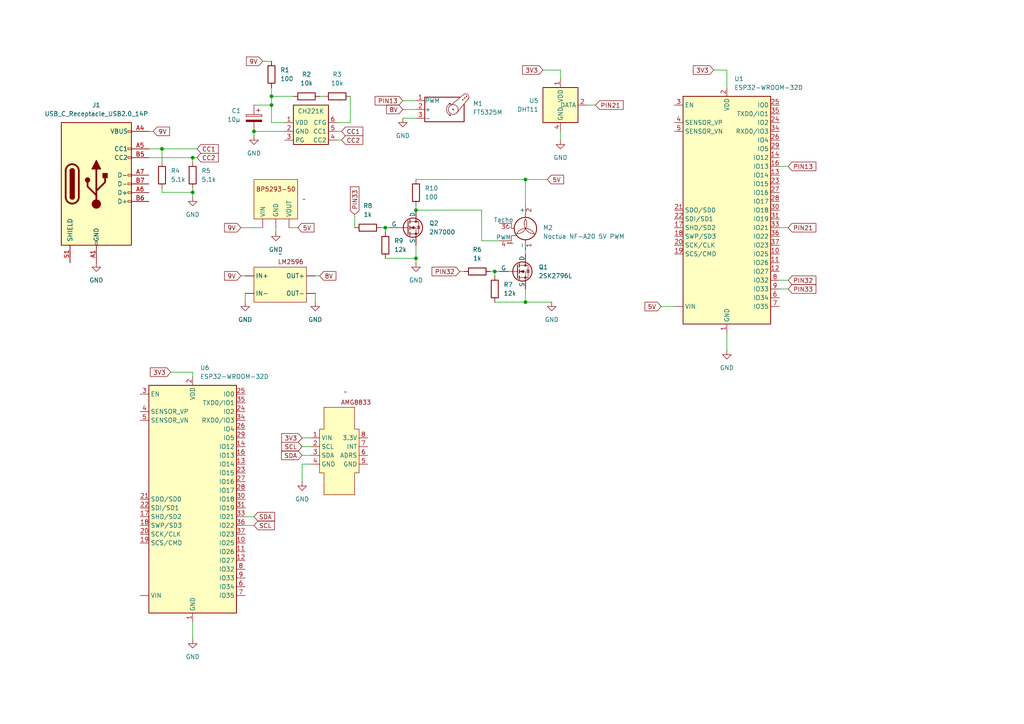
<source format=kicad_sch>
(kicad_sch
	(version 20250114)
	(generator "eeschema")
	(generator_version "9.0")
	(uuid "8c037f4f-b0b4-4d67-8ed0-290aa2471b8b")
	(paper "A4")
	(lib_symbols
		(symbol "Connector:USB_C_Receptacle_USB2.0_14P"
			(pin_names
				(offset 1.016)
			)
			(exclude_from_sim no)
			(in_bom yes)
			(on_board yes)
			(property "Reference" "J"
				(at 0 22.225 0)
				(effects
					(font
						(size 1.27 1.27)
					)
				)
			)
			(property "Value" "USB_C_Receptacle_USB2.0_14P"
				(at 0 19.685 0)
				(effects
					(font
						(size 1.27 1.27)
					)
				)
			)
			(property "Footprint" ""
				(at 3.81 0 0)
				(effects
					(font
						(size 1.27 1.27)
					)
					(hide yes)
				)
			)
			(property "Datasheet" "https://www.usb.org/sites/default/files/documents/usb_type-c.zip"
				(at 3.81 0 0)
				(effects
					(font
						(size 1.27 1.27)
					)
					(hide yes)
				)
			)
			(property "Description" "USB 2.0-only 14P Type-C Receptacle connector"
				(at 0 0 0)
				(effects
					(font
						(size 1.27 1.27)
					)
					(hide yes)
				)
			)
			(property "ki_keywords" "usb universal serial bus type-C USB2.0"
				(at 0 0 0)
				(effects
					(font
						(size 1.27 1.27)
					)
					(hide yes)
				)
			)
			(property "ki_fp_filters" "USB*C*Receptacle*"
				(at 0 0 0)
				(effects
					(font
						(size 1.27 1.27)
					)
					(hide yes)
				)
			)
			(symbol "USB_C_Receptacle_USB2.0_14P_0_0"
				(rectangle
					(start -0.254 -17.78)
					(end 0.254 -16.764)
					(stroke
						(width 0)
						(type default)
					)
					(fill
						(type none)
					)
				)
				(rectangle
					(start 10.16 15.494)
					(end 9.144 14.986)
					(stroke
						(width 0)
						(type default)
					)
					(fill
						(type none)
					)
				)
				(rectangle
					(start 10.16 10.414)
					(end 9.144 9.906)
					(stroke
						(width 0)
						(type default)
					)
					(fill
						(type none)
					)
				)
				(rectangle
					(start 10.16 7.874)
					(end 9.144 7.366)
					(stroke
						(width 0)
						(type default)
					)
					(fill
						(type none)
					)
				)
				(rectangle
					(start 10.16 2.794)
					(end 9.144 2.286)
					(stroke
						(width 0)
						(type default)
					)
					(fill
						(type none)
					)
				)
				(rectangle
					(start 10.16 0.254)
					(end 9.144 -0.254)
					(stroke
						(width 0)
						(type default)
					)
					(fill
						(type none)
					)
				)
				(rectangle
					(start 10.16 -2.286)
					(end 9.144 -2.794)
					(stroke
						(width 0)
						(type default)
					)
					(fill
						(type none)
					)
				)
				(rectangle
					(start 10.16 -4.826)
					(end 9.144 -5.334)
					(stroke
						(width 0)
						(type default)
					)
					(fill
						(type none)
					)
				)
			)
			(symbol "USB_C_Receptacle_USB2.0_14P_0_1"
				(rectangle
					(start -10.16 17.78)
					(end 10.16 -17.78)
					(stroke
						(width 0.254)
						(type default)
					)
					(fill
						(type background)
					)
				)
				(polyline
					(pts
						(xy -8.89 -3.81) (xy -8.89 3.81)
					)
					(stroke
						(width 0.508)
						(type default)
					)
					(fill
						(type none)
					)
				)
				(rectangle
					(start -7.62 -3.81)
					(end -6.35 3.81)
					(stroke
						(width 0.254)
						(type default)
					)
					(fill
						(type outline)
					)
				)
				(arc
					(start -7.62 3.81)
					(mid -6.985 4.4423)
					(end -6.35 3.81)
					(stroke
						(width 0.254)
						(type default)
					)
					(fill
						(type none)
					)
				)
				(arc
					(start -7.62 3.81)
					(mid -6.985 4.4423)
					(end -6.35 3.81)
					(stroke
						(width 0.254)
						(type default)
					)
					(fill
						(type outline)
					)
				)
				(arc
					(start -8.89 3.81)
					(mid -6.985 5.7067)
					(end -5.08 3.81)
					(stroke
						(width 0.508)
						(type default)
					)
					(fill
						(type none)
					)
				)
				(arc
					(start -5.08 -3.81)
					(mid -6.985 -5.7067)
					(end -8.89 -3.81)
					(stroke
						(width 0.508)
						(type default)
					)
					(fill
						(type none)
					)
				)
				(arc
					(start -6.35 -3.81)
					(mid -6.985 -4.4423)
					(end -7.62 -3.81)
					(stroke
						(width 0.254)
						(type default)
					)
					(fill
						(type none)
					)
				)
				(arc
					(start -6.35 -3.81)
					(mid -6.985 -4.4423)
					(end -7.62 -3.81)
					(stroke
						(width 0.254)
						(type default)
					)
					(fill
						(type outline)
					)
				)
				(polyline
					(pts
						(xy -5.08 3.81) (xy -5.08 -3.81)
					)
					(stroke
						(width 0.508)
						(type default)
					)
					(fill
						(type none)
					)
				)
				(circle
					(center -2.54 1.143)
					(radius 0.635)
					(stroke
						(width 0.254)
						(type default)
					)
					(fill
						(type outline)
					)
				)
				(polyline
					(pts
						(xy -1.27 4.318) (xy 0 6.858) (xy 1.27 4.318) (xy -1.27 4.318)
					)
					(stroke
						(width 0.254)
						(type default)
					)
					(fill
						(type outline)
					)
				)
				(polyline
					(pts
						(xy 0 -2.032) (xy 2.54 0.508) (xy 2.54 1.778)
					)
					(stroke
						(width 0.508)
						(type default)
					)
					(fill
						(type none)
					)
				)
				(polyline
					(pts
						(xy 0 -3.302) (xy -2.54 -0.762) (xy -2.54 0.508)
					)
					(stroke
						(width 0.508)
						(type default)
					)
					(fill
						(type none)
					)
				)
				(polyline
					(pts
						(xy 0 -5.842) (xy 0 4.318)
					)
					(stroke
						(width 0.508)
						(type default)
					)
					(fill
						(type none)
					)
				)
				(circle
					(center 0 -5.842)
					(radius 1.27)
					(stroke
						(width 0)
						(type default)
					)
					(fill
						(type outline)
					)
				)
				(rectangle
					(start 1.905 1.778)
					(end 3.175 3.048)
					(stroke
						(width 0.254)
						(type default)
					)
					(fill
						(type outline)
					)
				)
			)
			(symbol "USB_C_Receptacle_USB2.0_14P_1_1"
				(pin passive line
					(at -7.62 -22.86 90)
					(length 5.08)
					(name "SHIELD"
						(effects
							(font
								(size 1.27 1.27)
							)
						)
					)
					(number "S1"
						(effects
							(font
								(size 1.27 1.27)
							)
						)
					)
				)
				(pin passive line
					(at 0 -22.86 90)
					(length 5.08)
					(name "GND"
						(effects
							(font
								(size 1.27 1.27)
							)
						)
					)
					(number "A1"
						(effects
							(font
								(size 1.27 1.27)
							)
						)
					)
				)
				(pin passive line
					(at 0 -22.86 90)
					(length 5.08)
					(hide yes)
					(name "GND"
						(effects
							(font
								(size 1.27 1.27)
							)
						)
					)
					(number "A12"
						(effects
							(font
								(size 1.27 1.27)
							)
						)
					)
				)
				(pin passive line
					(at 0 -22.86 90)
					(length 5.08)
					(hide yes)
					(name "GND"
						(effects
							(font
								(size 1.27 1.27)
							)
						)
					)
					(number "B1"
						(effects
							(font
								(size 1.27 1.27)
							)
						)
					)
				)
				(pin passive line
					(at 0 -22.86 90)
					(length 5.08)
					(hide yes)
					(name "GND"
						(effects
							(font
								(size 1.27 1.27)
							)
						)
					)
					(number "B12"
						(effects
							(font
								(size 1.27 1.27)
							)
						)
					)
				)
				(pin passive line
					(at 15.24 15.24 180)
					(length 5.08)
					(name "VBUS"
						(effects
							(font
								(size 1.27 1.27)
							)
						)
					)
					(number "A4"
						(effects
							(font
								(size 1.27 1.27)
							)
						)
					)
				)
				(pin passive line
					(at 15.24 15.24 180)
					(length 5.08)
					(hide yes)
					(name "VBUS"
						(effects
							(font
								(size 1.27 1.27)
							)
						)
					)
					(number "A9"
						(effects
							(font
								(size 1.27 1.27)
							)
						)
					)
				)
				(pin passive line
					(at 15.24 15.24 180)
					(length 5.08)
					(hide yes)
					(name "VBUS"
						(effects
							(font
								(size 1.27 1.27)
							)
						)
					)
					(number "B4"
						(effects
							(font
								(size 1.27 1.27)
							)
						)
					)
				)
				(pin passive line
					(at 15.24 15.24 180)
					(length 5.08)
					(hide yes)
					(name "VBUS"
						(effects
							(font
								(size 1.27 1.27)
							)
						)
					)
					(number "B9"
						(effects
							(font
								(size 1.27 1.27)
							)
						)
					)
				)
				(pin bidirectional line
					(at 15.24 10.16 180)
					(length 5.08)
					(name "CC1"
						(effects
							(font
								(size 1.27 1.27)
							)
						)
					)
					(number "A5"
						(effects
							(font
								(size 1.27 1.27)
							)
						)
					)
				)
				(pin bidirectional line
					(at 15.24 7.62 180)
					(length 5.08)
					(name "CC2"
						(effects
							(font
								(size 1.27 1.27)
							)
						)
					)
					(number "B5"
						(effects
							(font
								(size 1.27 1.27)
							)
						)
					)
				)
				(pin bidirectional line
					(at 15.24 2.54 180)
					(length 5.08)
					(name "D-"
						(effects
							(font
								(size 1.27 1.27)
							)
						)
					)
					(number "A7"
						(effects
							(font
								(size 1.27 1.27)
							)
						)
					)
				)
				(pin bidirectional line
					(at 15.24 0 180)
					(length 5.08)
					(name "D-"
						(effects
							(font
								(size 1.27 1.27)
							)
						)
					)
					(number "B7"
						(effects
							(font
								(size 1.27 1.27)
							)
						)
					)
				)
				(pin bidirectional line
					(at 15.24 -2.54 180)
					(length 5.08)
					(name "D+"
						(effects
							(font
								(size 1.27 1.27)
							)
						)
					)
					(number "A6"
						(effects
							(font
								(size 1.27 1.27)
							)
						)
					)
				)
				(pin bidirectional line
					(at 15.24 -5.08 180)
					(length 5.08)
					(name "D+"
						(effects
							(font
								(size 1.27 1.27)
							)
						)
					)
					(number "B6"
						(effects
							(font
								(size 1.27 1.27)
							)
						)
					)
				)
			)
			(embedded_fonts no)
		)
		(symbol "Device:C_Polarized"
			(pin_numbers
				(hide yes)
			)
			(pin_names
				(offset 0.254)
			)
			(exclude_from_sim no)
			(in_bom yes)
			(on_board yes)
			(property "Reference" "C"
				(at 0.635 2.54 0)
				(effects
					(font
						(size 1.27 1.27)
					)
					(justify left)
				)
			)
			(property "Value" "C_Polarized"
				(at 0.635 -2.54 0)
				(effects
					(font
						(size 1.27 1.27)
					)
					(justify left)
				)
			)
			(property "Footprint" ""
				(at 0.9652 -3.81 0)
				(effects
					(font
						(size 1.27 1.27)
					)
					(hide yes)
				)
			)
			(property "Datasheet" "~"
				(at 0 0 0)
				(effects
					(font
						(size 1.27 1.27)
					)
					(hide yes)
				)
			)
			(property "Description" "Polarized capacitor"
				(at 0 0 0)
				(effects
					(font
						(size 1.27 1.27)
					)
					(hide yes)
				)
			)
			(property "ki_keywords" "cap capacitor"
				(at 0 0 0)
				(effects
					(font
						(size 1.27 1.27)
					)
					(hide yes)
				)
			)
			(property "ki_fp_filters" "CP_*"
				(at 0 0 0)
				(effects
					(font
						(size 1.27 1.27)
					)
					(hide yes)
				)
			)
			(symbol "C_Polarized_0_1"
				(rectangle
					(start -2.286 0.508)
					(end 2.286 1.016)
					(stroke
						(width 0)
						(type default)
					)
					(fill
						(type none)
					)
				)
				(polyline
					(pts
						(xy -1.778 2.286) (xy -0.762 2.286)
					)
					(stroke
						(width 0)
						(type default)
					)
					(fill
						(type none)
					)
				)
				(polyline
					(pts
						(xy -1.27 2.794) (xy -1.27 1.778)
					)
					(stroke
						(width 0)
						(type default)
					)
					(fill
						(type none)
					)
				)
				(rectangle
					(start 2.286 -0.508)
					(end -2.286 -1.016)
					(stroke
						(width 0)
						(type default)
					)
					(fill
						(type outline)
					)
				)
			)
			(symbol "C_Polarized_1_1"
				(pin passive line
					(at 0 3.81 270)
					(length 2.794)
					(name "~"
						(effects
							(font
								(size 1.27 1.27)
							)
						)
					)
					(number "1"
						(effects
							(font
								(size 1.27 1.27)
							)
						)
					)
				)
				(pin passive line
					(at 0 -3.81 90)
					(length 2.794)
					(name "~"
						(effects
							(font
								(size 1.27 1.27)
							)
						)
					)
					(number "2"
						(effects
							(font
								(size 1.27 1.27)
							)
						)
					)
				)
			)
			(embedded_fonts no)
		)
		(symbol "Device:R"
			(pin_numbers
				(hide yes)
			)
			(pin_names
				(offset 0)
			)
			(exclude_from_sim no)
			(in_bom yes)
			(on_board yes)
			(property "Reference" "R"
				(at 2.032 0 90)
				(effects
					(font
						(size 1.27 1.27)
					)
				)
			)
			(property "Value" "R"
				(at 0 0 90)
				(effects
					(font
						(size 1.27 1.27)
					)
				)
			)
			(property "Footprint" ""
				(at -1.778 0 90)
				(effects
					(font
						(size 1.27 1.27)
					)
					(hide yes)
				)
			)
			(property "Datasheet" "~"
				(at 0 0 0)
				(effects
					(font
						(size 1.27 1.27)
					)
					(hide yes)
				)
			)
			(property "Description" "Resistor"
				(at 0 0 0)
				(effects
					(font
						(size 1.27 1.27)
					)
					(hide yes)
				)
			)
			(property "ki_keywords" "R res resistor"
				(at 0 0 0)
				(effects
					(font
						(size 1.27 1.27)
					)
					(hide yes)
				)
			)
			(property "ki_fp_filters" "R_*"
				(at 0 0 0)
				(effects
					(font
						(size 1.27 1.27)
					)
					(hide yes)
				)
			)
			(symbol "R_0_1"
				(rectangle
					(start -1.016 -2.54)
					(end 1.016 2.54)
					(stroke
						(width 0.254)
						(type default)
					)
					(fill
						(type none)
					)
				)
			)
			(symbol "R_1_1"
				(pin passive line
					(at 0 3.81 270)
					(length 1.27)
					(name "~"
						(effects
							(font
								(size 1.27 1.27)
							)
						)
					)
					(number "1"
						(effects
							(font
								(size 1.27 1.27)
							)
						)
					)
				)
				(pin passive line
					(at 0 -3.81 90)
					(length 1.27)
					(name "~"
						(effects
							(font
								(size 1.27 1.27)
							)
						)
					)
					(number "2"
						(effects
							(font
								(size 1.27 1.27)
							)
						)
					)
				)
			)
			(embedded_fonts no)
		)
		(symbol "Motor:Fan_4pin"
			(pin_names
				(offset 0)
			)
			(exclude_from_sim no)
			(in_bom yes)
			(on_board yes)
			(property "Reference" "M"
				(at 2.54 5.08 0)
				(effects
					(font
						(size 1.27 1.27)
					)
					(justify left)
				)
			)
			(property "Value" "Fan_4pin"
				(at 2.54 -2.54 0)
				(effects
					(font
						(size 1.27 1.27)
					)
					(justify left top)
				)
			)
			(property "Footprint" ""
				(at 0 0.254 0)
				(effects
					(font
						(size 1.27 1.27)
					)
					(hide yes)
				)
			)
			(property "Datasheet" "http://www.formfactors.org/developer%5Cspecs%5Crev1_2_public.pdf"
				(at 0 0.254 0)
				(effects
					(font
						(size 1.27 1.27)
					)
					(hide yes)
				)
			)
			(property "Description" "Fan, tacho output, PWM input, 4-pin connector"
				(at 0 0 0)
				(effects
					(font
						(size 1.27 1.27)
					)
					(hide yes)
				)
			)
			(property "ki_keywords" "Fan Motor tacho PWM"
				(at 0 0 0)
				(effects
					(font
						(size 1.27 1.27)
					)
					(hide yes)
				)
			)
			(property "ki_fp_filters" "FanPinHeader*P2.54mm*Vertical* PinHeader*P2.54mm*Vertical* TerminalBlock*"
				(at 0 0 0)
				(effects
					(font
						(size 1.27 1.27)
					)
					(hide yes)
				)
			)
			(symbol "Fan_4pin_0_0"
				(polyline
					(pts
						(xy -5.08 2.032) (xy -5.334 2.159)
					)
					(stroke
						(width 0)
						(type default)
					)
					(fill
						(type none)
					)
				)
				(polyline
					(pts
						(xy -5.08 2.032) (xy -5.207 1.778)
					)
					(stroke
						(width 0)
						(type default)
					)
					(fill
						(type none)
					)
				)
				(arc
					(start -4.572 1.524)
					(mid -5.08 1.0182)
					(end -5.588 1.524)
					(stroke
						(width 0)
						(type default)
					)
					(fill
						(type none)
					)
				)
				(arc
					(start -5.588 1.524)
					(mid -5.4392 1.8832)
					(end -5.08 2.032)
					(stroke
						(width 0)
						(type default)
					)
					(fill
						(type none)
					)
				)
				(polyline
					(pts
						(xy -4.064 2.54) (xy -4.064 1.016) (xy -3.302 1.016)
					)
					(stroke
						(width 0)
						(type default)
					)
					(fill
						(type none)
					)
				)
			)
			(symbol "Fan_4pin_0_1"
				(polyline
					(pts
						(xy -5.334 -3.302) (xy -5.08 -3.302) (xy -5.08 -3.048) (xy -4.826 -3.048) (xy -4.826 -3.302) (xy -4.318 -3.302)
						(xy -4.318 -3.048) (xy -4.064 -3.048) (xy -4.064 -3.302) (xy -3.556 -3.302)
					)
					(stroke
						(width 0)
						(type default)
					)
					(fill
						(type none)
					)
				)
				(polyline
					(pts
						(xy -4.064 2.54) (xy -5.08 2.54)
					)
					(stroke
						(width 0)
						(type default)
					)
					(fill
						(type none)
					)
				)
				(polyline
					(pts
						(xy -2.54 -1.016) (xy -4.064 -1.016) (xy -4.064 -2.54) (xy -5.08 -2.54)
					)
					(stroke
						(width 0)
						(type default)
					)
					(fill
						(type none)
					)
				)
				(arc
					(start 0 3.81)
					(mid -0.0015 0.9048)
					(end -2.54 -0.508)
					(stroke
						(width 0)
						(type default)
					)
					(fill
						(type none)
					)
				)
				(polyline
					(pts
						(xy 0 4.572) (xy 0 5.08)
					)
					(stroke
						(width 0)
						(type default)
					)
					(fill
						(type none)
					)
				)
				(polyline
					(pts
						(xy 0 4.2672) (xy 0 4.6228)
					)
					(stroke
						(width 0)
						(type default)
					)
					(fill
						(type none)
					)
				)
				(circle
					(center 0 1.016)
					(radius 3.2512)
					(stroke
						(width 0.254)
						(type default)
					)
					(fill
						(type none)
					)
				)
				(arc
					(start -2.54 -0.508)
					(mid 0 1.0618)
					(end 2.54 -0.508)
					(stroke
						(width 0)
						(type default)
					)
					(fill
						(type none)
					)
				)
				(polyline
					(pts
						(xy 0 -2.2352) (xy 0 -2.6416)
					)
					(stroke
						(width 0)
						(type default)
					)
					(fill
						(type none)
					)
				)
				(polyline
					(pts
						(xy 0 -5.08) (xy 0 -4.572)
					)
					(stroke
						(width 0)
						(type default)
					)
					(fill
						(type none)
					)
				)
				(arc
					(start 2.54 -0.508)
					(mid 0.047 0.9315)
					(end 0 3.81)
					(stroke
						(width 0)
						(type default)
					)
					(fill
						(type none)
					)
				)
			)
			(symbol "Fan_4pin_1_1"
				(pin passive line
					(at -7.62 2.54 0)
					(length 2.54)
					(name "Tacho"
						(effects
							(font
								(size 1.27 1.27)
							)
						)
					)
					(number "3"
						(effects
							(font
								(size 1.27 1.27)
							)
						)
					)
				)
				(pin input line
					(at -7.62 -2.54 0)
					(length 2.54)
					(name "PWM"
						(effects
							(font
								(size 1.27 1.27)
							)
						)
					)
					(number "4"
						(effects
							(font
								(size 1.27 1.27)
							)
						)
					)
				)
				(pin passive line
					(at 0 7.62 270)
					(length 2.54)
					(name "+"
						(effects
							(font
								(size 1.27 1.27)
							)
						)
					)
					(number "2"
						(effects
							(font
								(size 1.27 1.27)
							)
						)
					)
				)
				(pin passive line
					(at 0 -5.08 90)
					(length 2.54)
					(name "-"
						(effects
							(font
								(size 1.27 1.27)
							)
						)
					)
					(number "1"
						(effects
							(font
								(size 1.27 1.27)
							)
						)
					)
				)
			)
			(embedded_fonts no)
		)
		(symbol "Motor:Motor_Servo"
			(pin_names
				(offset 0.0254)
			)
			(exclude_from_sim no)
			(in_bom yes)
			(on_board yes)
			(property "Reference" "M"
				(at -5.08 4.445 0)
				(effects
					(font
						(size 1.27 1.27)
					)
					(justify left)
				)
			)
			(property "Value" "Motor_Servo"
				(at -5.08 -4.064 0)
				(effects
					(font
						(size 1.27 1.27)
					)
					(justify left top)
				)
			)
			(property "Footprint" ""
				(at 0 -4.826 0)
				(effects
					(font
						(size 1.27 1.27)
					)
					(hide yes)
				)
			)
			(property "Datasheet" "http://forums.parallax.com/uploads/attachments/46831/74481.png"
				(at 0 -4.826 0)
				(effects
					(font
						(size 1.27 1.27)
					)
					(hide yes)
				)
			)
			(property "Description" "Servo Motor (Futaba, HiTec, JR connector)"
				(at 0 0 0)
				(effects
					(font
						(size 1.27 1.27)
					)
					(hide yes)
				)
			)
			(property "ki_keywords" "Servo Motor"
				(at 0 0 0)
				(effects
					(font
						(size 1.27 1.27)
					)
					(hide yes)
				)
			)
			(property "ki_fp_filters" "PinHeader*P2.54mm*"
				(at 0 0 0)
				(effects
					(font
						(size 1.27 1.27)
					)
					(hide yes)
				)
			)
			(symbol "Motor_Servo_0_1"
				(polyline
					(pts
						(xy 2.413 1.778) (xy 1.905 1.778)
					)
					(stroke
						(width 0)
						(type default)
					)
					(fill
						(type none)
					)
				)
				(polyline
					(pts
						(xy 2.413 1.778) (xy 2.286 1.397)
					)
					(stroke
						(width 0)
						(type default)
					)
					(fill
						(type none)
					)
				)
				(polyline
					(pts
						(xy 2.413 -1.778) (xy 2.032 -1.778)
					)
					(stroke
						(width 0)
						(type default)
					)
					(fill
						(type none)
					)
				)
				(polyline
					(pts
						(xy 2.413 -1.778) (xy 2.286 -1.397)
					)
					(stroke
						(width 0)
						(type default)
					)
					(fill
						(type none)
					)
				)
				(arc
					(start 2.413 -1.778)
					(mid 1.2406 0)
					(end 2.413 1.778)
					(stroke
						(width 0)
						(type default)
					)
					(fill
						(type none)
					)
				)
				(circle
					(center 3.175 0)
					(radius 0.1778)
					(stroke
						(width 0)
						(type default)
					)
					(fill
						(type none)
					)
				)
				(circle
					(center 3.175 0)
					(radius 1.4224)
					(stroke
						(width 0)
						(type default)
					)
					(fill
						(type none)
					)
				)
				(polyline
					(pts
						(xy 5.08 3.556) (xy -5.08 3.556) (xy -5.08 -3.556) (xy 6.35 -3.556) (xy 6.35 1.524)
					)
					(stroke
						(width 0.254)
						(type default)
					)
					(fill
						(type none)
					)
				)
				(circle
					(center 5.969 2.794)
					(radius 0.127)
					(stroke
						(width 0)
						(type default)
					)
					(fill
						(type none)
					)
				)
				(polyline
					(pts
						(xy 6.35 4.445) (xy 2.54 1.27)
					)
					(stroke
						(width 0)
						(type default)
					)
					(fill
						(type none)
					)
				)
				(circle
					(center 6.477 3.302)
					(radius 0.127)
					(stroke
						(width 0)
						(type default)
					)
					(fill
						(type none)
					)
				)
				(arc
					(start 6.35 4.445)
					(mid 7.4487 4.2737)
					(end 7.62 3.175)
					(stroke
						(width 0)
						(type default)
					)
					(fill
						(type none)
					)
				)
				(circle
					(center 6.985 3.81)
					(radius 0.127)
					(stroke
						(width 0)
						(type default)
					)
					(fill
						(type none)
					)
				)
				(polyline
					(pts
						(xy 7.62 3.175) (xy 4.191 -1.016)
					)
					(stroke
						(width 0)
						(type default)
					)
					(fill
						(type none)
					)
				)
			)
			(symbol "Motor_Servo_1_1"
				(pin passive line
					(at -7.62 2.54 0)
					(length 2.54)
					(name "PWM"
						(effects
							(font
								(size 1.27 1.27)
							)
						)
					)
					(number "1"
						(effects
							(font
								(size 1.27 1.27)
							)
						)
					)
				)
				(pin passive line
					(at -7.62 0 0)
					(length 2.54)
					(name "+"
						(effects
							(font
								(size 1.27 1.27)
							)
						)
					)
					(number "2"
						(effects
							(font
								(size 1.27 1.27)
							)
						)
					)
				)
				(pin passive line
					(at -7.62 -2.54 0)
					(length 2.54)
					(name "-"
						(effects
							(font
								(size 1.27 1.27)
							)
						)
					)
					(number "3"
						(effects
							(font
								(size 1.27 1.27)
							)
						)
					)
				)
			)
			(embedded_fonts no)
		)
		(symbol "RF_Module:ESP32-WROOM-32D"
			(exclude_from_sim no)
			(in_bom yes)
			(on_board yes)
			(property "Reference" "U1"
				(at 2.1433 38.1 0)
				(effects
					(font
						(size 1.27 1.27)
					)
					(justify left)
				)
			)
			(property "Value" "ESP32-WROOM-32D"
				(at 2.1433 35.56 0)
				(effects
					(font
						(size 1.27 1.27)
					)
					(justify left)
				)
			)
			(property "Footprint" "RF_Module:ESP32-WROOM-32D"
				(at 16.51 -34.29 0)
				(effects
					(font
						(size 1.27 1.27)
					)
					(hide yes)
				)
			)
			(property "Datasheet" "https://www.espressif.com/sites/default/files/documentation/esp32-wroom-32d_esp32-wroom-32u_datasheet_en.pdf"
				(at -7.62 1.27 0)
				(effects
					(font
						(size 1.27 1.27)
					)
					(hide yes)
				)
			)
			(property "Description" "RF Module, ESP32-D0WD SoC, Wi-Fi 802.11b/g/n, Bluetooth, BLE, 32-bit, 2.7-3.6V, onboard antenna, SMD"
				(at 0 0 0)
				(effects
					(font
						(size 1.27 1.27)
					)
					(hide yes)
				)
			)
			(property "ki_keywords" "RF Radio BT ESP ESP32 Espressif onboard PCB antenna"
				(at 0 0 0)
				(effects
					(font
						(size 1.27 1.27)
					)
					(hide yes)
				)
			)
			(property "ki_fp_filters" "ESP32?WROOM?32D*"
				(at 0 0 0)
				(effects
					(font
						(size 1.27 1.27)
					)
					(hide yes)
				)
			)
			(symbol "ESP32-WROOM-32D_0_1"
				(rectangle
					(start -12.7 33.02)
					(end 12.7 -33.02)
					(stroke
						(width 0.254)
						(type default)
					)
					(fill
						(type background)
					)
				)
			)
			(symbol "ESP32-WROOM-32D_1_1"
				(pin input line
					(at -15.24 30.48 0)
					(length 2.54)
					(name "EN"
						(effects
							(font
								(size 1.27 1.27)
							)
						)
					)
					(number "3"
						(effects
							(font
								(size 1.27 1.27)
							)
						)
					)
				)
				(pin input line
					(at -15.24 25.4 0)
					(length 2.54)
					(name "SENSOR_VP"
						(effects
							(font
								(size 1.27 1.27)
							)
						)
					)
					(number "4"
						(effects
							(font
								(size 1.27 1.27)
							)
						)
					)
				)
				(pin input line
					(at -15.24 22.86 0)
					(length 2.54)
					(name "SENSOR_VN"
						(effects
							(font
								(size 1.27 1.27)
							)
						)
					)
					(number "5"
						(effects
							(font
								(size 1.27 1.27)
							)
						)
					)
				)
				(pin bidirectional line
					(at -15.24 0 0)
					(length 2.54)
					(name "SDO/SD0"
						(effects
							(font
								(size 1.27 1.27)
							)
						)
					)
					(number "21"
						(effects
							(font
								(size 1.27 1.27)
							)
						)
					)
				)
				(pin bidirectional line
					(at -15.24 -2.54 0)
					(length 2.54)
					(name "SDI/SD1"
						(effects
							(font
								(size 1.27 1.27)
							)
						)
					)
					(number "22"
						(effects
							(font
								(size 1.27 1.27)
							)
						)
					)
				)
				(pin bidirectional line
					(at -15.24 -5.08 0)
					(length 2.54)
					(name "SHD/SD2"
						(effects
							(font
								(size 1.27 1.27)
							)
						)
					)
					(number "17"
						(effects
							(font
								(size 1.27 1.27)
							)
						)
					)
				)
				(pin bidirectional line
					(at -15.24 -7.62 0)
					(length 2.54)
					(name "SWP/SD3"
						(effects
							(font
								(size 1.27 1.27)
							)
						)
					)
					(number "18"
						(effects
							(font
								(size 1.27 1.27)
							)
						)
					)
				)
				(pin bidirectional line
					(at -15.24 -10.16 0)
					(length 2.54)
					(name "SCK/CLK"
						(effects
							(font
								(size 1.27 1.27)
							)
						)
					)
					(number "20"
						(effects
							(font
								(size 1.27 1.27)
							)
						)
					)
				)
				(pin bidirectional line
					(at -15.24 -12.7 0)
					(length 2.54)
					(name "SCS/CMD"
						(effects
							(font
								(size 1.27 1.27)
							)
						)
					)
					(number "19"
						(effects
							(font
								(size 1.27 1.27)
							)
						)
					)
				)
				(pin open_collector line
					(at -15.24 -27.94 0)
					(length 2.54)
					(name "VIN"
						(effects
							(font
								(size 1.27 1.27)
							)
						)
					)
					(number ""
						(effects
							(font
								(size 1.27 1.27)
							)
						)
					)
				)
				(pin no_connect line
					(at -12.7 -27.94 0)
					(length 2.54)
					(hide yes)
					(name "NC"
						(effects
							(font
								(size 1.27 1.27)
							)
						)
					)
					(number "32"
						(effects
							(font
								(size 1.27 1.27)
							)
						)
					)
				)
				(pin power_in line
					(at 0 35.56 270)
					(length 2.54)
					(name "VDD"
						(effects
							(font
								(size 1.27 1.27)
							)
						)
					)
					(number "2"
						(effects
							(font
								(size 1.27 1.27)
							)
						)
					)
				)
				(pin power_in line
					(at 0 -35.56 90)
					(length 2.54)
					(name "GND"
						(effects
							(font
								(size 1.27 1.27)
							)
						)
					)
					(number "1"
						(effects
							(font
								(size 1.27 1.27)
							)
						)
					)
				)
				(pin passive line
					(at 0 -35.56 90)
					(length 2.54)
					(hide yes)
					(name "GND"
						(effects
							(font
								(size 1.27 1.27)
							)
						)
					)
					(number "15"
						(effects
							(font
								(size 1.27 1.27)
							)
						)
					)
				)
				(pin passive line
					(at 0 -35.56 90)
					(length 2.54)
					(hide yes)
					(name "GND"
						(effects
							(font
								(size 1.27 1.27)
							)
						)
					)
					(number "38"
						(effects
							(font
								(size 1.27 1.27)
							)
						)
					)
				)
				(pin passive line
					(at 0 -35.56 90)
					(length 2.54)
					(hide yes)
					(name "GND"
						(effects
							(font
								(size 1.27 1.27)
							)
						)
					)
					(number "39"
						(effects
							(font
								(size 1.27 1.27)
							)
						)
					)
				)
				(pin bidirectional line
					(at 15.24 30.48 180)
					(length 2.54)
					(name "IO0"
						(effects
							(font
								(size 1.27 1.27)
							)
						)
					)
					(number "25"
						(effects
							(font
								(size 1.27 1.27)
							)
						)
					)
				)
				(pin bidirectional line
					(at 15.24 27.94 180)
					(length 2.54)
					(name "TXD0/IO1"
						(effects
							(font
								(size 1.27 1.27)
							)
						)
					)
					(number "35"
						(effects
							(font
								(size 1.27 1.27)
							)
						)
					)
				)
				(pin bidirectional line
					(at 15.24 25.4 180)
					(length 2.54)
					(name "IO2"
						(effects
							(font
								(size 1.27 1.27)
							)
						)
					)
					(number "24"
						(effects
							(font
								(size 1.27 1.27)
							)
						)
					)
				)
				(pin bidirectional line
					(at 15.24 22.86 180)
					(length 2.54)
					(name "RXD0/IO3"
						(effects
							(font
								(size 1.27 1.27)
							)
						)
					)
					(number "34"
						(effects
							(font
								(size 1.27 1.27)
							)
						)
					)
				)
				(pin bidirectional line
					(at 15.24 20.32 180)
					(length 2.54)
					(name "IO4"
						(effects
							(font
								(size 1.27 1.27)
							)
						)
					)
					(number "26"
						(effects
							(font
								(size 1.27 1.27)
							)
						)
					)
				)
				(pin bidirectional line
					(at 15.24 17.78 180)
					(length 2.54)
					(name "IO5"
						(effects
							(font
								(size 1.27 1.27)
							)
						)
					)
					(number "29"
						(effects
							(font
								(size 1.27 1.27)
							)
						)
					)
				)
				(pin bidirectional line
					(at 15.24 15.24 180)
					(length 2.54)
					(name "IO12"
						(effects
							(font
								(size 1.27 1.27)
							)
						)
					)
					(number "14"
						(effects
							(font
								(size 1.27 1.27)
							)
						)
					)
				)
				(pin bidirectional line
					(at 15.24 12.7 180)
					(length 2.54)
					(name "IO13"
						(effects
							(font
								(size 1.27 1.27)
							)
						)
					)
					(number "16"
						(effects
							(font
								(size 1.27 1.27)
							)
						)
					)
				)
				(pin bidirectional line
					(at 15.24 10.16 180)
					(length 2.54)
					(name "IO14"
						(effects
							(font
								(size 1.27 1.27)
							)
						)
					)
					(number "13"
						(effects
							(font
								(size 1.27 1.27)
							)
						)
					)
				)
				(pin bidirectional line
					(at 15.24 7.62 180)
					(length 2.54)
					(name "IO15"
						(effects
							(font
								(size 1.27 1.27)
							)
						)
					)
					(number "23"
						(effects
							(font
								(size 1.27 1.27)
							)
						)
					)
				)
				(pin bidirectional line
					(at 15.24 5.08 180)
					(length 2.54)
					(name "IO16"
						(effects
							(font
								(size 1.27 1.27)
							)
						)
					)
					(number "27"
						(effects
							(font
								(size 1.27 1.27)
							)
						)
					)
				)
				(pin bidirectional line
					(at 15.24 2.54 180)
					(length 2.54)
					(name "IO17"
						(effects
							(font
								(size 1.27 1.27)
							)
						)
					)
					(number "28"
						(effects
							(font
								(size 1.27 1.27)
							)
						)
					)
				)
				(pin bidirectional line
					(at 15.24 0 180)
					(length 2.54)
					(name "IO18"
						(effects
							(font
								(size 1.27 1.27)
							)
						)
					)
					(number "30"
						(effects
							(font
								(size 1.27 1.27)
							)
						)
					)
				)
				(pin bidirectional line
					(at 15.24 -2.54 180)
					(length 2.54)
					(name "IO19"
						(effects
							(font
								(size 1.27 1.27)
							)
						)
					)
					(number "31"
						(effects
							(font
								(size 1.27 1.27)
							)
						)
					)
				)
				(pin bidirectional line
					(at 15.24 -5.08 180)
					(length 2.54)
					(name "IO21"
						(effects
							(font
								(size 1.27 1.27)
							)
						)
					)
					(number "33"
						(effects
							(font
								(size 1.27 1.27)
							)
						)
					)
				)
				(pin bidirectional line
					(at 15.24 -7.62 180)
					(length 2.54)
					(name "IO22"
						(effects
							(font
								(size 1.27 1.27)
							)
						)
					)
					(number "36"
						(effects
							(font
								(size 1.27 1.27)
							)
						)
					)
				)
				(pin bidirectional line
					(at 15.24 -10.16 180)
					(length 2.54)
					(name "IO23"
						(effects
							(font
								(size 1.27 1.27)
							)
						)
					)
					(number "37"
						(effects
							(font
								(size 1.27 1.27)
							)
						)
					)
				)
				(pin bidirectional line
					(at 15.24 -12.7 180)
					(length 2.54)
					(name "IO25"
						(effects
							(font
								(size 1.27 1.27)
							)
						)
					)
					(number "10"
						(effects
							(font
								(size 1.27 1.27)
							)
						)
					)
				)
				(pin bidirectional line
					(at 15.24 -15.24 180)
					(length 2.54)
					(name "IO26"
						(effects
							(font
								(size 1.27 1.27)
							)
						)
					)
					(number "11"
						(effects
							(font
								(size 1.27 1.27)
							)
						)
					)
				)
				(pin bidirectional line
					(at 15.24 -17.78 180)
					(length 2.54)
					(name "IO27"
						(effects
							(font
								(size 1.27 1.27)
							)
						)
					)
					(number "12"
						(effects
							(font
								(size 1.27 1.27)
							)
						)
					)
				)
				(pin bidirectional line
					(at 15.24 -20.32 180)
					(length 2.54)
					(name "IO32"
						(effects
							(font
								(size 1.27 1.27)
							)
						)
					)
					(number "8"
						(effects
							(font
								(size 1.27 1.27)
							)
						)
					)
				)
				(pin bidirectional line
					(at 15.24 -22.86 180)
					(length 2.54)
					(name "IO33"
						(effects
							(font
								(size 1.27 1.27)
							)
						)
					)
					(number "9"
						(effects
							(font
								(size 1.27 1.27)
							)
						)
					)
				)
				(pin input line
					(at 15.24 -25.4 180)
					(length 2.54)
					(name "IO34"
						(effects
							(font
								(size 1.27 1.27)
							)
						)
					)
					(number "6"
						(effects
							(font
								(size 1.27 1.27)
							)
						)
					)
				)
				(pin input line
					(at 15.24 -27.94 180)
					(length 2.54)
					(name "IO35"
						(effects
							(font
								(size 1.27 1.27)
							)
						)
					)
					(number "7"
						(effects
							(font
								(size 1.27 1.27)
							)
						)
					)
				)
			)
			(embedded_fonts no)
		)
		(symbol "Sensor:DHT11"
			(exclude_from_sim no)
			(in_bom yes)
			(on_board yes)
			(property "Reference" "U"
				(at -3.81 6.35 0)
				(effects
					(font
						(size 1.27 1.27)
					)
				)
			)
			(property "Value" "DHT11"
				(at 3.81 6.35 0)
				(effects
					(font
						(size 1.27 1.27)
					)
				)
			)
			(property "Footprint" "Sensor:Aosong_DHT11_5.5x12.0_P2.54mm"
				(at 0 -10.16 0)
				(effects
					(font
						(size 1.27 1.27)
					)
					(hide yes)
				)
			)
			(property "Datasheet" "http://akizukidenshi.com/download/ds/aosong/DHT11.pdf"
				(at 3.81 6.35 0)
				(effects
					(font
						(size 1.27 1.27)
					)
					(hide yes)
				)
			)
			(property "Description" "3.3V to 5.5V, temperature and humidity module, DHT11"
				(at 0 0 0)
				(effects
					(font
						(size 1.27 1.27)
					)
					(hide yes)
				)
			)
			(property "ki_keywords" "digital sensor"
				(at 0 0 0)
				(effects
					(font
						(size 1.27 1.27)
					)
					(hide yes)
				)
			)
			(property "ki_fp_filters" "Aosong*DHT11*5.5x12.0*P2.54mm*"
				(at 0 0 0)
				(effects
					(font
						(size 1.27 1.27)
					)
					(hide yes)
				)
			)
			(symbol "DHT11_0_1"
				(rectangle
					(start -5.08 5.08)
					(end 5.08 -5.08)
					(stroke
						(width 0.254)
						(type default)
					)
					(fill
						(type background)
					)
				)
			)
			(symbol "DHT11_1_1"
				(pin no_connect line
					(at -5.08 0 0)
					(length 2.54)
					(hide yes)
					(name "NC"
						(effects
							(font
								(size 1.27 1.27)
							)
						)
					)
					(number "3"
						(effects
							(font
								(size 1.27 1.27)
							)
						)
					)
				)
				(pin power_in line
					(at 0 7.62 270)
					(length 2.54)
					(name "VDD"
						(effects
							(font
								(size 1.27 1.27)
							)
						)
					)
					(number "1"
						(effects
							(font
								(size 1.27 1.27)
							)
						)
					)
				)
				(pin power_in line
					(at 0 -7.62 90)
					(length 2.54)
					(name "GND"
						(effects
							(font
								(size 1.27 1.27)
							)
						)
					)
					(number "4"
						(effects
							(font
								(size 1.27 1.27)
							)
						)
					)
				)
				(pin bidirectional line
					(at 7.62 0 180)
					(length 2.54)
					(name "DATA"
						(effects
							(font
								(size 1.27 1.27)
							)
						)
					)
					(number "2"
						(effects
							(font
								(size 1.27 1.27)
							)
						)
					)
				)
			)
			(embedded_fonts no)
		)
		(symbol "Simulation_SPICE:NMOS"
			(pin_numbers
				(hide yes)
			)
			(pin_names
				(offset 0)
			)
			(exclude_from_sim no)
			(in_bom yes)
			(on_board yes)
			(property "Reference" "Q"
				(at 5.08 1.27 0)
				(effects
					(font
						(size 1.27 1.27)
					)
					(justify left)
				)
			)
			(property "Value" "NMOS"
				(at 5.08 -1.27 0)
				(effects
					(font
						(size 1.27 1.27)
					)
					(justify left)
				)
			)
			(property "Footprint" ""
				(at 5.08 2.54 0)
				(effects
					(font
						(size 1.27 1.27)
					)
					(hide yes)
				)
			)
			(property "Datasheet" "https://ngspice.sourceforge.io/docs/ngspice-html-manual/manual.xhtml#cha_MOSFETs"
				(at 0 -12.7 0)
				(effects
					(font
						(size 1.27 1.27)
					)
					(hide yes)
				)
			)
			(property "Description" "N-MOSFET transistor, drain/source/gate"
				(at 0 0 0)
				(effects
					(font
						(size 1.27 1.27)
					)
					(hide yes)
				)
			)
			(property "Sim.Device" "NMOS"
				(at 0 -17.145 0)
				(effects
					(font
						(size 1.27 1.27)
					)
					(hide yes)
				)
			)
			(property "Sim.Type" "VDMOS"
				(at 0 -19.05 0)
				(effects
					(font
						(size 1.27 1.27)
					)
					(hide yes)
				)
			)
			(property "Sim.Pins" "1=D 2=G 3=S"
				(at 0 -15.24 0)
				(effects
					(font
						(size 1.27 1.27)
					)
					(hide yes)
				)
			)
			(property "ki_keywords" "transistor NMOS N-MOS N-MOSFET simulation"
				(at 0 0 0)
				(effects
					(font
						(size 1.27 1.27)
					)
					(hide yes)
				)
			)
			(symbol "NMOS_0_1"
				(polyline
					(pts
						(xy 0.254 1.905) (xy 0.254 -1.905)
					)
					(stroke
						(width 0.254)
						(type default)
					)
					(fill
						(type none)
					)
				)
				(polyline
					(pts
						(xy 0.254 0) (xy -2.54 0)
					)
					(stroke
						(width 0)
						(type default)
					)
					(fill
						(type none)
					)
				)
				(polyline
					(pts
						(xy 0.762 2.286) (xy 0.762 1.27)
					)
					(stroke
						(width 0.254)
						(type default)
					)
					(fill
						(type none)
					)
				)
				(polyline
					(pts
						(xy 0.762 0.508) (xy 0.762 -0.508)
					)
					(stroke
						(width 0.254)
						(type default)
					)
					(fill
						(type none)
					)
				)
				(polyline
					(pts
						(xy 0.762 -1.27) (xy 0.762 -2.286)
					)
					(stroke
						(width 0.254)
						(type default)
					)
					(fill
						(type none)
					)
				)
				(polyline
					(pts
						(xy 0.762 -1.778) (xy 3.302 -1.778) (xy 3.302 1.778) (xy 0.762 1.778)
					)
					(stroke
						(width 0)
						(type default)
					)
					(fill
						(type none)
					)
				)
				(polyline
					(pts
						(xy 1.016 0) (xy 2.032 0.381) (xy 2.032 -0.381) (xy 1.016 0)
					)
					(stroke
						(width 0)
						(type default)
					)
					(fill
						(type outline)
					)
				)
				(circle
					(center 1.651 0)
					(radius 2.794)
					(stroke
						(width 0.254)
						(type default)
					)
					(fill
						(type none)
					)
				)
				(polyline
					(pts
						(xy 2.54 2.54) (xy 2.54 1.778)
					)
					(stroke
						(width 0)
						(type default)
					)
					(fill
						(type none)
					)
				)
				(circle
					(center 2.54 1.778)
					(radius 0.254)
					(stroke
						(width 0)
						(type default)
					)
					(fill
						(type outline)
					)
				)
				(circle
					(center 2.54 -1.778)
					(radius 0.254)
					(stroke
						(width 0)
						(type default)
					)
					(fill
						(type outline)
					)
				)
				(polyline
					(pts
						(xy 2.54 -2.54) (xy 2.54 0) (xy 0.762 0)
					)
					(stroke
						(width 0)
						(type default)
					)
					(fill
						(type none)
					)
				)
				(polyline
					(pts
						(xy 2.794 0.508) (xy 2.921 0.381) (xy 3.683 0.381) (xy 3.81 0.254)
					)
					(stroke
						(width 0)
						(type default)
					)
					(fill
						(type none)
					)
				)
				(polyline
					(pts
						(xy 3.302 0.381) (xy 2.921 -0.254) (xy 3.683 -0.254) (xy 3.302 0.381)
					)
					(stroke
						(width 0)
						(type default)
					)
					(fill
						(type none)
					)
				)
			)
			(symbol "NMOS_1_1"
				(pin input line
					(at -5.08 0 0)
					(length 2.54)
					(name "G"
						(effects
							(font
								(size 1.27 1.27)
							)
						)
					)
					(number "2"
						(effects
							(font
								(size 1.27 1.27)
							)
						)
					)
				)
				(pin passive line
					(at 2.54 5.08 270)
					(length 2.54)
					(name "D"
						(effects
							(font
								(size 1.27 1.27)
							)
						)
					)
					(number "1"
						(effects
							(font
								(size 1.27 1.27)
							)
						)
					)
				)
				(pin passive line
					(at 2.54 -5.08 90)
					(length 2.54)
					(name "S"
						(effects
							(font
								(size 1.27 1.27)
							)
						)
					)
					(number "3"
						(effects
							(font
								(size 1.27 1.27)
							)
						)
					)
				)
			)
			(embedded_fonts no)
		)
		(symbol "WCH:CH221K"
			(exclude_from_sim no)
			(in_bom yes)
			(on_board yes)
			(property "Reference" "U"
				(at -6.604 -8.89 0)
				(effects
					(font
						(size 1.27 1.27)
					)
					(justify left)
					(hide yes)
				)
			)
			(property "Value" "CH221K"
				(at 0 6.604 0)
				(effects
					(font
						(size 1.27 1.27)
					)
					(justify left)
				)
			)
			(property "Footprint" "Package_SO:SSOP-10-1EP_3.9x4.9mm_P1mm_EP2.1x3.3mm"
				(at 1.27 -24.13 0)
				(effects
					(font
						(size 1.27 1.27)
					)
					(hide yes)
				)
			)
			(property "Datasheet" "https://www.wch.cn/downloads/file/301.html"
				(at 1.27 13.97 0)
				(effects
					(font
						(size 1.27 1.27)
					)
					(hide yes)
				)
			)
			(property "Description" "100W USB Type-C PD3.0/2.0, BC1.2 Sink Controller, SSOP-10"
				(at 1.27 0 0)
				(effects
					(font
						(size 1.27 1.27)
					)
					(hide yes)
				)
			)
			(property "ki_keywords" "USB-C WCH powered-device"
				(at 0 0 0)
				(effects
					(font
						(size 1.27 1.27)
					)
					(hide yes)
				)
			)
			(property "ki_fp_filters" "SSOP*3.9x4.9mm*P1mm*EP2.1x3.3mm*"
				(at 0 0 0)
				(effects
					(font
						(size 1.27 1.27)
					)
					(hide yes)
				)
			)
			(symbol "CH221K_1_1"
				(rectangle
					(start -1.27 8.89)
					(end 8.89 -2.54)
					(stroke
						(width 0.254)
						(type default)
					)
					(fill
						(type background)
					)
				)
				(pin power_in line
					(at -3.81 3.81 0)
					(length 2.54)
					(name "VDD"
						(effects
							(font
								(size 1.27 1.27)
							)
						)
					)
					(number "1"
						(effects
							(font
								(size 1.27 1.27)
							)
						)
					)
				)
				(pin open_collector line
					(at -3.81 1.27 0)
					(length 2.54)
					(name "GND"
						(effects
							(font
								(size 1.27 1.27)
							)
						)
					)
					(number "2"
						(effects
							(font
								(size 1.27 1.27)
							)
						)
					)
				)
				(pin open_collector line
					(at -3.81 -1.27 0)
					(length 2.54)
					(name "PG"
						(effects
							(font
								(size 1.27 1.27)
							)
						)
					)
					(number "3"
						(effects
							(font
								(size 1.27 1.27)
							)
						)
					)
				)
				(pin open_collector line
					(at 11.43 3.81 180)
					(length 2.54)
					(name "CFG"
						(effects
							(font
								(size 1.27 1.27)
							)
						)
					)
					(number "6"
						(effects
							(font
								(size 1.27 1.27)
							)
						)
					)
				)
				(pin bidirectional line
					(at 11.43 1.27 180)
					(length 2.54)
					(name "CC1"
						(effects
							(font
								(size 1.27 1.27)
							)
						)
					)
					(number "5"
						(effects
							(font
								(size 1.27 1.27)
							)
						)
					)
				)
				(pin bidirectional line
					(at 11.43 -1.27 180)
					(length 2.54)
					(name "CC2"
						(effects
							(font
								(size 1.27 1.27)
							)
						)
					)
					(number "4"
						(effects
							(font
								(size 1.27 1.27)
							)
						)
					)
				)
			)
			(embedded_fonts no)
		)
		(symbol "Zatta:AMG8833"
			(exclude_from_sim no)
			(in_bom yes)
			(on_board yes)
			(property "Reference" "U"
				(at 4.826 -8.128 90)
				(effects
					(font
						(size 1.27 1.27)
					)
					(hide yes)
				)
			)
			(property "Value" ""
				(at 0 0 0)
				(effects
					(font
						(size 1.27 1.27)
					)
				)
			)
			(property "Footprint" ""
				(at 0 0 0)
				(effects
					(font
						(size 1.27 1.27)
					)
					(hide yes)
				)
			)
			(property "Datasheet" ""
				(at 0 0 0)
				(effects
					(font
						(size 1.27 1.27)
					)
					(hide yes)
				)
			)
			(property "Description" ""
				(at 0 0 0)
				(effects
					(font
						(size 1.27 1.27)
					)
					(hide yes)
				)
			)
			(symbol "AMG8833_1_1"
				(polyline
					(pts
						(xy 3.175 5.715) (xy 3.175 -6.985) (xy 1.905 -6.985) (xy 1.905 -13.335) (xy -6.985 -13.335) (xy -6.985 -6.985)
						(xy -8.255 -6.985) (xy -8.255 5.715) (xy -6.985 5.715) (xy -6.985 12.065) (xy 1.905 12.065) (xy 1.905 5.715)
						(xy 3.175 5.715)
					)
					(stroke
						(width 0)
						(type solid)
					)
					(fill
						(type background)
					)
				)
				(text "AMG8833"
					(at 2.286 13.462 0)
					(effects
						(font
							(size 1.27 1.27)
						)
					)
				)
				(pin open_collector line
					(at -10.795 3.175 0)
					(length 2.54)
					(name "VIN"
						(effects
							(font
								(size 1.27 1.27)
							)
						)
					)
					(number "1"
						(effects
							(font
								(size 1.27 1.27)
							)
						)
					)
				)
				(pin open_collector line
					(at -10.795 0.635 0)
					(length 2.54)
					(name "SCL"
						(effects
							(font
								(size 1.27 1.27)
							)
						)
					)
					(number "2"
						(effects
							(font
								(size 1.27 1.27)
							)
						)
					)
				)
				(pin open_collector line
					(at -10.795 -1.905 0)
					(length 2.54)
					(name "SDA"
						(effects
							(font
								(size 1.27 1.27)
							)
						)
					)
					(number "3"
						(effects
							(font
								(size 1.27 1.27)
							)
						)
					)
				)
				(pin open_collector line
					(at -10.795 -4.445 0)
					(length 2.54)
					(name "GND"
						(effects
							(font
								(size 1.27 1.27)
							)
						)
					)
					(number "4"
						(effects
							(font
								(size 1.27 1.27)
							)
						)
					)
				)
				(pin open_collector line
					(at 5.715 3.175 180)
					(length 2.54)
					(name "3.3V"
						(effects
							(font
								(size 1.27 1.27)
							)
						)
					)
					(number "8"
						(effects
							(font
								(size 1.27 1.27)
							)
						)
					)
				)
				(pin open_collector line
					(at 5.715 0.635 180)
					(length 2.54)
					(name "INT"
						(effects
							(font
								(size 1.27 1.27)
							)
						)
					)
					(number "7"
						(effects
							(font
								(size 1.27 1.27)
							)
						)
					)
				)
				(pin open_collector line
					(at 5.715 -1.905 180)
					(length 2.54)
					(name "ADRS"
						(effects
							(font
								(size 1.27 1.27)
							)
						)
					)
					(number "6"
						(effects
							(font
								(size 1.27 1.27)
							)
						)
					)
				)
				(pin open_collector line
					(at 5.715 -4.445 180)
					(length 2.54)
					(name "GND"
						(effects
							(font
								(size 1.27 1.27)
							)
						)
					)
					(number "5"
						(effects
							(font
								(size 1.27 1.27)
							)
						)
					)
				)
			)
			(embedded_fonts no)
		)
		(symbol "Zatta:BP5293-50"
			(exclude_from_sim no)
			(in_bom yes)
			(on_board yes)
			(property "Reference" "U"
				(at 0 0 0)
				(effects
					(font
						(size 1.27 1.27)
					)
					(hide yes)
				)
			)
			(property "Value" ""
				(at 0 0 0)
				(effects
					(font
						(size 1.27 1.27)
					)
				)
			)
			(property "Footprint" ""
				(at 0 0 0)
				(effects
					(font
						(size 1.27 1.27)
					)
					(hide yes)
				)
			)
			(property "Datasheet" ""
				(at 0 0 0)
				(effects
					(font
						(size 1.27 1.27)
					)
					(hide yes)
				)
			)
			(property "Description" ""
				(at 0 0 0)
				(effects
					(font
						(size 1.27 1.27)
					)
					(hide yes)
				)
			)
			(symbol "BP5293-50_1_1"
				(polyline
					(pts
						(xy -6.35 0) (xy 6.35 0) (xy 6.35 11.43) (xy -6.35 11.43) (xy -6.35 0)
					)
					(stroke
						(width 0)
						(type solid)
					)
					(fill
						(type background)
					)
				)
				(text "BP5293-50"
					(at 0 8.636 0)
					(effects
						(font
							(size 1.27 1.27)
						)
					)
				)
				(pin open_collector line
					(at -3.81 -2.54 90)
					(length 2.54)
					(name "VIN"
						(effects
							(font
								(size 1.27 1.27)
							)
						)
					)
					(number ""
						(effects
							(font
								(size 1.27 1.27)
							)
						)
					)
				)
				(pin open_collector line
					(at 0 -2.54 90)
					(length 2.54)
					(name "GND"
						(effects
							(font
								(size 1.27 1.27)
							)
						)
					)
					(number ""
						(effects
							(font
								(size 1.27 1.27)
							)
						)
					)
				)
				(pin open_collector line
					(at 3.81 -2.54 90)
					(length 2.54)
					(name "VOUT"
						(effects
							(font
								(size 1.27 1.27)
							)
						)
					)
					(number ""
						(effects
							(font
								(size 1.27 1.27)
							)
						)
					)
				)
			)
			(embedded_fonts no)
		)
		(symbol "Zatta:LM2596"
			(exclude_from_sim no)
			(in_bom yes)
			(on_board yes)
			(property "Reference" "U"
				(at 0 0 0)
				(effects
					(font
						(size 1.27 1.27)
					)
					(hide yes)
				)
			)
			(property "Value" ""
				(at 0 0 0)
				(effects
					(font
						(size 1.27 1.27)
					)
				)
			)
			(property "Footprint" ""
				(at 0 0 0)
				(effects
					(font
						(size 1.27 1.27)
					)
					(hide yes)
				)
			)
			(property "Datasheet" ""
				(at 0 0 0)
				(effects
					(font
						(size 1.27 1.27)
					)
					(hide yes)
				)
			)
			(property "Description" ""
				(at 0 0 0)
				(effects
					(font
						(size 1.27 1.27)
					)
					(hide yes)
				)
			)
			(symbol "LM2596_1_1"
				(rectangle
					(start -6.35 5.08)
					(end 8.89 -5.08)
					(stroke
						(width 0)
						(type solid)
					)
					(fill
						(type background)
					)
				)
				(text "LM2596"
					(at 4.318 6.604 0)
					(effects
						(font
							(size 1.27 1.27)
						)
					)
				)
				(pin open_collector line
					(at -8.89 2.54 0)
					(length 2.54)
					(name "IN+"
						(effects
							(font
								(size 1.27 1.27)
							)
						)
					)
					(number ""
						(effects
							(font
								(size 1.27 1.27)
							)
						)
					)
				)
				(pin open_collector line
					(at -8.89 -2.54 0)
					(length 2.54)
					(name "IN-"
						(effects
							(font
								(size 1.27 1.27)
							)
						)
					)
					(number ""
						(effects
							(font
								(size 1.27 1.27)
							)
						)
					)
				)
				(pin open_collector line
					(at 11.43 2.54 180)
					(length 2.54)
					(name "OUT+"
						(effects
							(font
								(size 1.27 1.27)
							)
						)
					)
					(number ""
						(effects
							(font
								(size 1.27 1.27)
							)
						)
					)
				)
				(pin open_collector line
					(at 11.43 -2.54 180)
					(length 2.54)
					(name "OUT-"
						(effects
							(font
								(size 1.27 1.27)
							)
						)
					)
					(number ""
						(effects
							(font
								(size 1.27 1.27)
							)
						)
					)
				)
			)
			(embedded_fonts no)
		)
		(symbol "power:GND"
			(power)
			(pin_numbers
				(hide yes)
			)
			(pin_names
				(offset 0)
				(hide yes)
			)
			(exclude_from_sim no)
			(in_bom yes)
			(on_board yes)
			(property "Reference" "#PWR"
				(at 0 -6.35 0)
				(effects
					(font
						(size 1.27 1.27)
					)
					(hide yes)
				)
			)
			(property "Value" "GND"
				(at 0 -3.81 0)
				(effects
					(font
						(size 1.27 1.27)
					)
				)
			)
			(property "Footprint" ""
				(at 0 0 0)
				(effects
					(font
						(size 1.27 1.27)
					)
					(hide yes)
				)
			)
			(property "Datasheet" ""
				(at 0 0 0)
				(effects
					(font
						(size 1.27 1.27)
					)
					(hide yes)
				)
			)
			(property "Description" "Power symbol creates a global label with name \"GND\" , ground"
				(at 0 0 0)
				(effects
					(font
						(size 1.27 1.27)
					)
					(hide yes)
				)
			)
			(property "ki_keywords" "global power"
				(at 0 0 0)
				(effects
					(font
						(size 1.27 1.27)
					)
					(hide yes)
				)
			)
			(symbol "GND_0_1"
				(polyline
					(pts
						(xy 0 0) (xy 0 -1.27) (xy 1.27 -1.27) (xy 0 -2.54) (xy -1.27 -1.27) (xy 0 -1.27)
					)
					(stroke
						(width 0)
						(type default)
					)
					(fill
						(type none)
					)
				)
			)
			(symbol "GND_1_1"
				(pin power_in line
					(at 0 0 270)
					(length 0)
					(name "~"
						(effects
							(font
								(size 1.27 1.27)
							)
						)
					)
					(number "1"
						(effects
							(font
								(size 1.27 1.27)
							)
						)
					)
				)
			)
			(embedded_fonts no)
		)
	)
	(junction
		(at 111.76 66.04)
		(diameter 0)
		(color 0 0 0 0)
		(uuid "0f8ea98d-991d-41cb-82dc-e410193f5286")
	)
	(junction
		(at 120.65 74.93)
		(diameter 0)
		(color 0 0 0 0)
		(uuid "10d53697-c367-47e1-ae7e-6dc6e300086b")
	)
	(junction
		(at 152.4 52.07)
		(diameter 0)
		(color 0 0 0 0)
		(uuid "12c3d8ad-7921-48e5-b90e-88528a5e6adf")
	)
	(junction
		(at 46.99 43.18)
		(diameter 0)
		(color 0 0 0 0)
		(uuid "2aaeb3af-1d5a-4b34-8b0e-adb1a311c981")
	)
	(junction
		(at 78.74 27.94)
		(diameter 0)
		(color 0 0 0 0)
		(uuid "51bf6926-b397-4358-b630-ed8d53951c81")
	)
	(junction
		(at 143.51 78.74)
		(diameter 0)
		(color 0 0 0 0)
		(uuid "7a2abc45-278e-4637-932d-6155f8d389fa")
	)
	(junction
		(at 78.74 30.48)
		(diameter 0)
		(color 0 0 0 0)
		(uuid "90eb3338-c122-45d5-9d78-f96cd5e8b0cf")
	)
	(junction
		(at 55.88 45.72)
		(diameter 0)
		(color 0 0 0 0)
		(uuid "95d71c9c-e9dc-45f9-a005-c32b1d5da3c6")
	)
	(junction
		(at 120.65 60.96)
		(diameter 0)
		(color 0 0 0 0)
		(uuid "99c2a02c-3145-4ef8-ac60-0b2ad5ead2e8")
	)
	(junction
		(at 152.4 87.63)
		(diameter 0)
		(color 0 0 0 0)
		(uuid "99f40f6d-7558-42fd-9a34-b1f983ee2637")
	)
	(junction
		(at 73.66 38.1)
		(diameter 0)
		(color 0 0 0 0)
		(uuid "aebde6bb-b64a-41dd-9409-57092a6c3e83")
	)
	(junction
		(at 55.88 55.8002)
		(diameter 0)
		(color 0 0 0 0)
		(uuid "fa9b564a-9b0b-4a9e-88d7-f574a5e1d424")
	)
	(wire
		(pts
			(xy 160.02 87.63) (xy 152.4 87.63)
		)
		(stroke
			(width 0)
			(type default)
		)
		(uuid "04c37cf4-5a6b-476f-8a8d-4343bc5710ed")
	)
	(wire
		(pts
			(xy 43.18 45.72) (xy 55.88 45.72)
		)
		(stroke
			(width 0)
			(type default)
		)
		(uuid "09c3dcb7-be5e-4ea2-a865-359bdf8de651")
	)
	(wire
		(pts
			(xy 142.24 78.74) (xy 143.51 78.74)
		)
		(stroke
			(width 0)
			(type default)
		)
		(uuid "0c3d7f7d-d84f-44e0-8e0f-e5b5d8ddeba5")
	)
	(wire
		(pts
			(xy 101.6 27.94) (xy 101.6 35.56)
		)
		(stroke
			(width 0)
			(type default)
		)
		(uuid "1073a0ff-ec1b-4115-ada4-65ee799b797c")
	)
	(wire
		(pts
			(xy 71.12 149.86) (xy 73.66 149.86)
		)
		(stroke
			(width 0)
			(type default)
		)
		(uuid "111f5dd5-2d88-47b8-acb0-2416392150ec")
	)
	(wire
		(pts
			(xy 73.66 38.1) (xy 73.66 39.37)
		)
		(stroke
			(width 0)
			(type default)
		)
		(uuid "19190f68-fa7e-468d-9d8b-56c824f1226d")
	)
	(wire
		(pts
			(xy 120.65 59.69) (xy 120.65 60.96)
		)
		(stroke
			(width 0)
			(type default)
		)
		(uuid "2068f351-ae37-4d03-83a7-50dad5b07085")
	)
	(wire
		(pts
			(xy 71.12 85.09) (xy 71.12 87.63)
		)
		(stroke
			(width 0)
			(type default)
		)
		(uuid "223f1e41-9a2f-4263-a25f-4bcb4c1d5a12")
	)
	(wire
		(pts
			(xy 55.88 180.34) (xy 55.88 185.42)
		)
		(stroke
			(width 0)
			(type default)
		)
		(uuid "279bb227-a745-41a8-bcaa-2080258fa2e4")
	)
	(wire
		(pts
			(xy 226.06 83.82) (xy 228.6 83.82)
		)
		(stroke
			(width 0)
			(type default)
		)
		(uuid "27efdb6a-88e8-43f8-ab4b-61abde26c3af")
	)
	(wire
		(pts
			(xy 87.63 132.08) (xy 90.17 132.08)
		)
		(stroke
			(width 0)
			(type default)
		)
		(uuid "28915e72-2caa-401c-ab08-196226a4a212")
	)
	(wire
		(pts
			(xy 116.84 34.29) (xy 120.65 34.29)
		)
		(stroke
			(width 0)
			(type default)
		)
		(uuid "29f54d14-8372-47d5-902c-6d6347b74498")
	)
	(wire
		(pts
			(xy 120.65 74.93) (xy 120.65 76.2)
		)
		(stroke
			(width 0)
			(type default)
		)
		(uuid "2ae5d9dd-c473-4ab0-a7af-a0a278411a1e")
	)
	(wire
		(pts
			(xy 78.74 30.48) (xy 78.74 35.56)
		)
		(stroke
			(width 0)
			(type default)
		)
		(uuid "2e9dd3d1-596b-46a6-9649-d7c05a9f9621")
	)
	(wire
		(pts
			(xy 46.99 55.8002) (xy 55.88 55.8002)
		)
		(stroke
			(width 0)
			(type default)
		)
		(uuid "33559a95-453e-44bc-a669-e8627e00b271")
	)
	(wire
		(pts
			(xy 87.63 134.62) (xy 87.63 139.7)
		)
		(stroke
			(width 0)
			(type default)
		)
		(uuid "349c1dd7-a22b-44fa-aaf8-00f566862bfe")
	)
	(wire
		(pts
			(xy 152.4 72.39) (xy 152.4 73.66)
		)
		(stroke
			(width 0)
			(type default)
		)
		(uuid "351ffd7b-6e0e-4433-bd30-54da15bdbe82")
	)
	(wire
		(pts
			(xy 76.2 17.78) (xy 78.74 17.78)
		)
		(stroke
			(width 0)
			(type default)
		)
		(uuid "3a6dc4db-62aa-4e81-8ac9-9b889f122855")
	)
	(wire
		(pts
			(xy 55.88 55.8002) (xy 55.88 57.15)
		)
		(stroke
			(width 0)
			(type default)
		)
		(uuid "3b32e3de-ee0f-4e93-8c1c-55f0ad40dcb6")
	)
	(wire
		(pts
			(xy 87.63 129.54) (xy 90.17 129.54)
		)
		(stroke
			(width 0)
			(type default)
		)
		(uuid "3d4dd32a-3b3b-4e9b-b3c4-f2d51fec2f7e")
	)
	(wire
		(pts
			(xy 92.71 27.94) (xy 93.98 27.94)
		)
		(stroke
			(width 0)
			(type default)
		)
		(uuid "3e8be2c4-9d43-412f-9f35-7b59207b1ade")
	)
	(wire
		(pts
			(xy 90.17 134.62) (xy 87.63 134.62)
		)
		(stroke
			(width 0)
			(type default)
		)
		(uuid "4b8ff196-0f66-422f-87f9-d9de0fc5a582")
	)
	(wire
		(pts
			(xy 99.06 40.64) (xy 97.79 40.64)
		)
		(stroke
			(width 0)
			(type default)
		)
		(uuid "50bff813-5f5e-47d6-a4ed-f3b9b7909d15")
	)
	(wire
		(pts
			(xy 226.06 81.28) (xy 228.6 81.28)
		)
		(stroke
			(width 0)
			(type default)
		)
		(uuid "52e7c721-f2f9-45dd-aced-5940ef548678")
	)
	(wire
		(pts
			(xy 133.35 78.74) (xy 134.62 78.74)
		)
		(stroke
			(width 0)
			(type default)
		)
		(uuid "55fa41cc-f157-4a7c-9ecb-bb70e86b3ec8")
	)
	(wire
		(pts
			(xy 120.65 71.12) (xy 120.65 74.93)
		)
		(stroke
			(width 0)
			(type default)
		)
		(uuid "564dbcd3-7f57-49d6-b530-e0126cefa486")
	)
	(wire
		(pts
			(xy 210.82 96.52) (xy 210.82 101.6)
		)
		(stroke
			(width 0)
			(type default)
		)
		(uuid "5fefa319-f91e-4106-9e50-61dd53bf4484")
	)
	(wire
		(pts
			(xy 80.01 66.04) (xy 80.01 67.31)
		)
		(stroke
			(width 0)
			(type default)
		)
		(uuid "60e66060-0a9b-4d76-a2cd-487fe9e60d43")
	)
	(wire
		(pts
			(xy 71.12 152.4) (xy 73.66 152.4)
		)
		(stroke
			(width 0)
			(type default)
		)
		(uuid "6364281d-1932-4052-ac8b-2bfcd6684ecc")
	)
	(wire
		(pts
			(xy 162.56 38.1) (xy 162.56 40.64)
		)
		(stroke
			(width 0)
			(type default)
		)
		(uuid "68b0ff32-965a-4da6-8c1b-f81c71593465")
	)
	(wire
		(pts
			(xy 46.99 43.18) (xy 57.15 43.18)
		)
		(stroke
			(width 0)
			(type default)
		)
		(uuid "6bd683a8-4ff5-411f-bbfa-f05e1a0e6d98")
	)
	(wire
		(pts
			(xy 83.82 66.04) (xy 86.36 66.04)
		)
		(stroke
			(width 0)
			(type default)
		)
		(uuid "6f6d4f61-6d26-4fcd-b4ed-b3bb14411047")
	)
	(wire
		(pts
			(xy 152.4 83.82) (xy 152.4 87.63)
		)
		(stroke
			(width 0)
			(type default)
		)
		(uuid "7250c074-c107-4ae2-92df-7a701aa72a55")
	)
	(wire
		(pts
			(xy 191.77 88.9) (xy 195.58 88.9)
		)
		(stroke
			(width 0)
			(type default)
		)
		(uuid "77cddd57-8633-43f6-9fe6-a3c658be2522")
	)
	(wire
		(pts
			(xy 43.18 43.18) (xy 46.99 43.18)
		)
		(stroke
			(width 0)
			(type default)
		)
		(uuid "8066f481-c953-46d0-93de-b6fc365e3c3e")
	)
	(wire
		(pts
			(xy 44.45 38.1) (xy 43.18 38.1)
		)
		(stroke
			(width 0)
			(type default)
		)
		(uuid "813746ce-0316-4388-8010-7c4fbc7f72e8")
	)
	(wire
		(pts
			(xy 116.84 31.75) (xy 120.65 31.75)
		)
		(stroke
			(width 0)
			(type default)
		)
		(uuid "858d1b14-d0aa-4e43-b841-897380c44761")
	)
	(wire
		(pts
			(xy 91.44 80.01) (xy 92.71 80.01)
		)
		(stroke
			(width 0)
			(type default)
		)
		(uuid "88d8468b-f627-4423-9dda-ac733c97fe90")
	)
	(wire
		(pts
			(xy 55.88 45.72) (xy 57.15 45.72)
		)
		(stroke
			(width 0)
			(type default)
		)
		(uuid "89359730-b2d9-43bd-a4fc-72f7cd884113")
	)
	(wire
		(pts
			(xy 55.88 107.95) (xy 55.88 109.22)
		)
		(stroke
			(width 0)
			(type default)
		)
		(uuid "8c3ae458-77e6-48a4-ac31-5e99bf6b5636")
	)
	(wire
		(pts
			(xy 111.76 66.04) (xy 111.76 67.31)
		)
		(stroke
			(width 0)
			(type default)
		)
		(uuid "8ea905cb-3372-483e-b274-31b60138f6f7")
	)
	(wire
		(pts
			(xy 111.76 66.04) (xy 113.03 66.04)
		)
		(stroke
			(width 0)
			(type default)
		)
		(uuid "937f98ef-0e43-4e19-9ac5-3a17235b4870")
	)
	(wire
		(pts
			(xy 102.87 62.23) (xy 102.87 66.04)
		)
		(stroke
			(width 0)
			(type default)
		)
		(uuid "99cbcecf-0646-48fa-8ea6-7fdd3c0ba1c5")
	)
	(wire
		(pts
			(xy 157.48 20.32) (xy 162.56 20.32)
		)
		(stroke
			(width 0)
			(type default)
		)
		(uuid "9a8e2e1e-3f06-40fb-85d7-512585366626")
	)
	(wire
		(pts
			(xy 120.65 52.07) (xy 152.4 52.07)
		)
		(stroke
			(width 0)
			(type default)
		)
		(uuid "a16b8994-525c-415d-b661-a92a57acab44")
	)
	(wire
		(pts
			(xy 120.65 60.96) (xy 139.7 60.96)
		)
		(stroke
			(width 0)
			(type default)
		)
		(uuid "a6434760-9344-430c-aefe-b8a011a6df3f")
	)
	(wire
		(pts
			(xy 143.51 78.74) (xy 144.78 78.74)
		)
		(stroke
			(width 0)
			(type default)
		)
		(uuid "a8075c00-32c5-4fd2-b7ea-06ef04f102e0")
	)
	(wire
		(pts
			(xy 87.63 127) (xy 90.17 127)
		)
		(stroke
			(width 0)
			(type default)
		)
		(uuid "acfc5c3f-d154-48f5-acf5-f3add48ef616")
	)
	(wire
		(pts
			(xy 116.84 29.21) (xy 120.65 29.21)
		)
		(stroke
			(width 0)
			(type default)
		)
		(uuid "ad9f9efa-0928-42c7-8dec-8f04651a66f2")
	)
	(wire
		(pts
			(xy 152.4 52.07) (xy 158.75 52.07)
		)
		(stroke
			(width 0)
			(type default)
		)
		(uuid "af4de584-93f1-46db-ae60-ae2b1e0749c5")
	)
	(wire
		(pts
			(xy 55.88 55.8002) (xy 55.88 54.61)
		)
		(stroke
			(width 0)
			(type default)
		)
		(uuid "b15aa400-58fe-4f6f-89c5-1a5759d54f7b")
	)
	(wire
		(pts
			(xy 46.99 54.61) (xy 46.99 55.8002)
		)
		(stroke
			(width 0)
			(type default)
		)
		(uuid "b2f1daaa-f27b-4c3c-bd2e-92001a397524")
	)
	(wire
		(pts
			(xy 78.74 25.4) (xy 78.74 27.94)
		)
		(stroke
			(width 0)
			(type default)
		)
		(uuid "b7ae1d13-2c33-467e-a6de-0d9105f9fa68")
	)
	(wire
		(pts
			(xy 73.66 30.48) (xy 78.74 30.48)
		)
		(stroke
			(width 0)
			(type default)
		)
		(uuid "b87da106-3c58-494a-a599-c037bbf02ca5")
	)
	(wire
		(pts
			(xy 226.06 66.04) (xy 228.6 66.04)
		)
		(stroke
			(width 0)
			(type default)
		)
		(uuid "bf0a0ffa-b5c4-4dd3-abc1-efed918ce877")
	)
	(wire
		(pts
			(xy 152.4 52.07) (xy 152.4 59.69)
		)
		(stroke
			(width 0)
			(type default)
		)
		(uuid "c135d1fa-48a6-42ed-8809-0895315ff0a3")
	)
	(wire
		(pts
			(xy 69.85 80.01) (xy 71.12 80.01)
		)
		(stroke
			(width 0)
			(type default)
		)
		(uuid "c3750c34-de77-4fa6-9660-7f385af3f43c")
	)
	(wire
		(pts
			(xy 139.7 69.85) (xy 144.78 69.85)
		)
		(stroke
			(width 0)
			(type default)
		)
		(uuid "ccb422e9-fb2a-47df-ab0e-99209f9c24a0")
	)
	(wire
		(pts
			(xy 170.18 30.48) (xy 172.72 30.48)
		)
		(stroke
			(width 0)
			(type default)
		)
		(uuid "d0048e25-c15b-4f8e-9920-3ae83417afcd")
	)
	(wire
		(pts
			(xy 55.88 45.72) (xy 55.88 46.99)
		)
		(stroke
			(width 0)
			(type default)
		)
		(uuid "d3e44f29-81fc-4b4c-aac5-d0350b75e6eb")
	)
	(wire
		(pts
			(xy 73.66 38.1) (xy 82.55 38.1)
		)
		(stroke
			(width 0)
			(type default)
		)
		(uuid "d58e4383-8e73-4aff-8963-198cd0e7b12b")
	)
	(wire
		(pts
			(xy 69.85 66.04) (xy 76.2 66.04)
		)
		(stroke
			(width 0)
			(type default)
		)
		(uuid "d7c89749-dafd-4b69-a30b-4584407898b5")
	)
	(wire
		(pts
			(xy 207.01 20.32) (xy 210.82 20.32)
		)
		(stroke
			(width 0)
			(type default)
		)
		(uuid "d80c8340-47be-44f9-a870-fb074ba804ae")
	)
	(wire
		(pts
			(xy 226.06 48.26) (xy 228.6 48.26)
		)
		(stroke
			(width 0)
			(type default)
		)
		(uuid "da681941-8074-41fc-a02c-926b2e2f2bf9")
	)
	(wire
		(pts
			(xy 210.82 20.32) (xy 210.82 25.4)
		)
		(stroke
			(width 0)
			(type default)
		)
		(uuid "ddd75382-81c5-46b6-9dcc-226a25a50783")
	)
	(wire
		(pts
			(xy 143.51 78.74) (xy 143.51 80.01)
		)
		(stroke
			(width 0)
			(type default)
		)
		(uuid "e0d51728-7929-49d6-9580-270ab990659c")
	)
	(wire
		(pts
			(xy 101.6 35.56) (xy 97.79 35.56)
		)
		(stroke
			(width 0)
			(type default)
		)
		(uuid "e1a1f19d-9161-4fce-8d6e-e0d50e38b0b1")
	)
	(wire
		(pts
			(xy 143.51 87.63) (xy 152.4 87.63)
		)
		(stroke
			(width 0)
			(type default)
		)
		(uuid "e2753c9c-fead-453a-b327-7fb623f6f540")
	)
	(wire
		(pts
			(xy 46.99 43.18) (xy 46.99 46.99)
		)
		(stroke
			(width 0)
			(type default)
		)
		(uuid "e401269f-3516-4289-8a25-07a03ecb277d")
	)
	(wire
		(pts
			(xy 78.74 27.94) (xy 85.09 27.94)
		)
		(stroke
			(width 0)
			(type default)
		)
		(uuid "e7a2d15f-9348-4477-834b-4d6b91788e7b")
	)
	(wire
		(pts
			(xy 99.06 38.1) (xy 97.79 38.1)
		)
		(stroke
			(width 0)
			(type default)
		)
		(uuid "ee7210ba-a016-493a-bc89-939077a3941a")
	)
	(wire
		(pts
			(xy 49.53 107.95) (xy 55.88 107.95)
		)
		(stroke
			(width 0)
			(type default)
		)
		(uuid "f398046f-1dfc-4a81-b575-f9ca0ae26f1a")
	)
	(wire
		(pts
			(xy 78.74 35.56) (xy 82.55 35.56)
		)
		(stroke
			(width 0)
			(type default)
		)
		(uuid "f3be32b8-474b-447e-a041-895116d7b691")
	)
	(wire
		(pts
			(xy 111.76 74.93) (xy 120.65 74.93)
		)
		(stroke
			(width 0)
			(type default)
		)
		(uuid "f451abc1-b388-4e9a-971b-146d513202dd")
	)
	(wire
		(pts
			(xy 139.7 60.96) (xy 139.7 69.85)
		)
		(stroke
			(width 0)
			(type default)
		)
		(uuid "f4719051-716b-4123-aacc-931237b2a2de")
	)
	(wire
		(pts
			(xy 162.56 20.32) (xy 162.56 22.86)
		)
		(stroke
			(width 0)
			(type default)
		)
		(uuid "f6fb9022-d517-4aa4-a744-2345e0fcc21f")
	)
	(wire
		(pts
			(xy 91.44 85.09) (xy 91.44 87.63)
		)
		(stroke
			(width 0)
			(type default)
		)
		(uuid "f795498e-2ffb-4c56-90e7-97fb8e223428")
	)
	(wire
		(pts
			(xy 78.74 27.94) (xy 78.74 30.48)
		)
		(stroke
			(width 0)
			(type default)
		)
		(uuid "f99a846a-5cd7-45cd-ac20-615743c25d25")
	)
	(wire
		(pts
			(xy 110.49 66.04) (xy 111.76 66.04)
		)
		(stroke
			(width 0)
			(type default)
		)
		(uuid "fba17deb-f2bc-408e-9abf-423c7fe208eb")
	)
	(global_label "SDA"
		(shape input)
		(at 73.66 149.86 0)
		(fields_autoplaced yes)
		(effects
			(font
				(size 1.27 1.27)
			)
			(justify left)
		)
		(uuid "0044cb78-55b5-4e6a-9930-eee92c0d1486")
		(property "Intersheetrefs" "${INTERSHEET_REFS}"
			(at 80.2133 149.86 0)
			(effects
				(font
					(size 1.27 1.27)
				)
				(justify left)
				(hide yes)
			)
		)
	)
	(global_label "SDA"
		(shape input)
		(at 87.63 132.08 180)
		(fields_autoplaced yes)
		(effects
			(font
				(size 1.27 1.27)
			)
			(justify right)
		)
		(uuid "08ba0e1d-0193-4e5c-a990-29dccd9f38db")
		(property "Intersheetrefs" "${INTERSHEET_REFS}"
			(at 81.0767 132.08 0)
			(effects
				(font
					(size 1.27 1.27)
				)
				(justify right)
				(hide yes)
			)
		)
	)
	(global_label "9V"
		(shape input)
		(at 69.85 80.01 180)
		(fields_autoplaced yes)
		(effects
			(font
				(size 1.27 1.27)
			)
			(justify right)
		)
		(uuid "1f1e5ad9-ec79-4675-817a-9875a937145b")
		(property "Intersheetrefs" "${INTERSHEET_REFS}"
			(at 64.5667 80.01 0)
			(effects
				(font
					(size 1.27 1.27)
				)
				(justify right)
				(hide yes)
			)
		)
	)
	(global_label "SCL"
		(shape input)
		(at 73.66 152.4 0)
		(fields_autoplaced yes)
		(effects
			(font
				(size 1.27 1.27)
			)
			(justify left)
		)
		(uuid "268fc852-4c9a-42d4-bd25-798b9b1d68ba")
		(property "Intersheetrefs" "${INTERSHEET_REFS}"
			(at 80.1528 152.4 0)
			(effects
				(font
					(size 1.27 1.27)
				)
				(justify left)
				(hide yes)
			)
		)
	)
	(global_label "CC1"
		(shape input)
		(at 99.06 38.1 0)
		(fields_autoplaced yes)
		(effects
			(font
				(size 1.27 1.27)
			)
			(justify left)
		)
		(uuid "279255cc-05f0-4398-8d18-a938e8e6b208")
		(property "Intersheetrefs" "${INTERSHEET_REFS}"
			(at 105.7947 38.1 0)
			(effects
				(font
					(size 1.27 1.27)
				)
				(justify left)
				(hide yes)
			)
		)
	)
	(global_label "SCL"
		(shape input)
		(at 87.63 129.54 180)
		(fields_autoplaced yes)
		(effects
			(font
				(size 1.27 1.27)
			)
			(justify right)
		)
		(uuid "2edcffea-33c4-49e5-990d-5845d6db124c")
		(property "Intersheetrefs" "${INTERSHEET_REFS}"
			(at 81.1372 129.54 0)
			(effects
				(font
					(size 1.27 1.27)
				)
				(justify right)
				(hide yes)
			)
		)
	)
	(global_label "3V3"
		(shape input)
		(at 49.53 107.95 180)
		(fields_autoplaced yes)
		(effects
			(font
				(size 1.27 1.27)
			)
			(justify right)
		)
		(uuid "2fa42e56-aa97-471c-a27f-d1f2d87ea850")
		(property "Intersheetrefs" "${INTERSHEET_REFS}"
			(at 43.0372 107.95 0)
			(effects
				(font
					(size 1.27 1.27)
				)
				(justify right)
				(hide yes)
			)
		)
	)
	(global_label "PIN21"
		(shape input)
		(at 228.6 66.04 0)
		(fields_autoplaced yes)
		(effects
			(font
				(size 1.27 1.27)
			)
			(justify left)
		)
		(uuid "34096e40-7b62-4f2d-9973-2929499e8ef8")
		(property "Intersheetrefs" "${INTERSHEET_REFS}"
			(at 237.2095 66.04 0)
			(effects
				(font
					(size 1.27 1.27)
				)
				(justify left)
				(hide yes)
			)
		)
	)
	(global_label "PIN32"
		(shape input)
		(at 133.35 78.74 180)
		(fields_autoplaced yes)
		(effects
			(font
				(size 1.27 1.27)
			)
			(justify right)
		)
		(uuid "502e0a66-239a-419b-bd1d-50de0a621e40")
		(property "Intersheetrefs" "${INTERSHEET_REFS}"
			(at 124.7405 78.74 0)
			(effects
				(font
					(size 1.27 1.27)
				)
				(justify right)
				(hide yes)
			)
		)
	)
	(global_label "CC2"
		(shape input)
		(at 99.06 40.64 0)
		(fields_autoplaced yes)
		(effects
			(font
				(size 1.27 1.27)
			)
			(justify left)
		)
		(uuid "54a6e441-f17f-4724-93cb-356961d54ac1")
		(property "Intersheetrefs" "${INTERSHEET_REFS}"
			(at 105.7947 40.64 0)
			(effects
				(font
					(size 1.27 1.27)
				)
				(justify left)
				(hide yes)
			)
		)
	)
	(global_label "3V3"
		(shape input)
		(at 157.48 20.32 180)
		(fields_autoplaced yes)
		(effects
			(font
				(size 1.27 1.27)
			)
			(justify right)
		)
		(uuid "5af62009-bcc0-4054-9e82-433e3235a4e8")
		(property "Intersheetrefs" "${INTERSHEET_REFS}"
			(at 150.9872 20.32 0)
			(effects
				(font
					(size 1.27 1.27)
				)
				(justify right)
				(hide yes)
			)
		)
	)
	(global_label "5V"
		(shape input)
		(at 158.75 52.07 0)
		(fields_autoplaced yes)
		(effects
			(font
				(size 1.27 1.27)
			)
			(justify left)
		)
		(uuid "5b2b4d11-c085-454e-a54a-80febd5c9cd7")
		(property "Intersheetrefs" "${INTERSHEET_REFS}"
			(at 164.0333 52.07 0)
			(effects
				(font
					(size 1.27 1.27)
				)
				(justify left)
				(hide yes)
			)
		)
	)
	(global_label "3V3"
		(shape input)
		(at 207.01 20.32 180)
		(fields_autoplaced yes)
		(effects
			(font
				(size 1.27 1.27)
			)
			(justify right)
		)
		(uuid "9077ba1d-1318-4ac6-8d60-63c24c6389c1")
		(property "Intersheetrefs" "${INTERSHEET_REFS}"
			(at 200.5172 20.32 0)
			(effects
				(font
					(size 1.27 1.27)
				)
				(justify right)
				(hide yes)
			)
		)
	)
	(global_label "PIN33"
		(shape input)
		(at 228.6 83.82 0)
		(fields_autoplaced yes)
		(effects
			(font
				(size 1.27 1.27)
			)
			(justify left)
		)
		(uuid "914ed7e0-4bf1-457d-a849-f12f0579343f")
		(property "Intersheetrefs" "${INTERSHEET_REFS}"
			(at 237.2095 83.82 0)
			(effects
				(font
					(size 1.27 1.27)
				)
				(justify left)
				(hide yes)
			)
		)
	)
	(global_label "9V"
		(shape input)
		(at 76.2 17.78 180)
		(fields_autoplaced yes)
		(effects
			(font
				(size 1.27 1.27)
			)
			(justify right)
		)
		(uuid "925266a2-9eed-4894-8102-0fc3c54ed6f5")
		(property "Intersheetrefs" "${INTERSHEET_REFS}"
			(at 70.9167 17.78 0)
			(effects
				(font
					(size 1.27 1.27)
				)
				(justify right)
				(hide yes)
			)
		)
	)
	(global_label "PIN21"
		(shape input)
		(at 172.72 30.48 0)
		(fields_autoplaced yes)
		(effects
			(font
				(size 1.27 1.27)
			)
			(justify left)
		)
		(uuid "98ab5008-0b3c-40c3-96f6-e98d7cc682d9")
		(property "Intersheetrefs" "${INTERSHEET_REFS}"
			(at 181.3295 30.48 0)
			(effects
				(font
					(size 1.27 1.27)
				)
				(justify left)
				(hide yes)
			)
		)
	)
	(global_label "5V"
		(shape input)
		(at 191.77 88.9 180)
		(fields_autoplaced yes)
		(effects
			(font
				(size 1.27 1.27)
			)
			(justify right)
		)
		(uuid "9d35ab72-7b80-4dde-b4cd-ffc11f5e237d")
		(property "Intersheetrefs" "${INTERSHEET_REFS}"
			(at 186.4867 88.9 0)
			(effects
				(font
					(size 1.27 1.27)
				)
				(justify right)
				(hide yes)
			)
		)
	)
	(global_label "PIN13"
		(shape input)
		(at 116.84 29.21 180)
		(fields_autoplaced yes)
		(effects
			(font
				(size 1.27 1.27)
			)
			(justify right)
		)
		(uuid "a1998a71-a6e2-48bd-9a9f-7b62a5748226")
		(property "Intersheetrefs" "${INTERSHEET_REFS}"
			(at 108.2305 29.21 0)
			(effects
				(font
					(size 1.27 1.27)
				)
				(justify right)
				(hide yes)
			)
		)
	)
	(global_label "PIN32"
		(shape input)
		(at 228.6 81.28 0)
		(fields_autoplaced yes)
		(effects
			(font
				(size 1.27 1.27)
			)
			(justify left)
		)
		(uuid "a1db8cab-8e84-4a05-bfa9-56fd91e5d894")
		(property "Intersheetrefs" "${INTERSHEET_REFS}"
			(at 237.2095 81.28 0)
			(effects
				(font
					(size 1.27 1.27)
				)
				(justify left)
				(hide yes)
			)
		)
	)
	(global_label "PIN33"
		(shape input)
		(at 102.87 62.23 90)
		(fields_autoplaced yes)
		(effects
			(font
				(size 1.27 1.27)
			)
			(justify left)
		)
		(uuid "a60d00af-f726-4906-b89b-b7d73d91a40b")
		(property "Intersheetrefs" "${INTERSHEET_REFS}"
			(at 102.87 53.6205 90)
			(effects
				(font
					(size 1.27 1.27)
				)
				(justify left)
				(hide yes)
			)
		)
	)
	(global_label "3V3"
		(shape input)
		(at 87.63 127 180)
		(fields_autoplaced yes)
		(effects
			(font
				(size 1.27 1.27)
			)
			(justify right)
		)
		(uuid "b11656ae-7730-4abb-a172-6df413144859")
		(property "Intersheetrefs" "${INTERSHEET_REFS}"
			(at 81.1372 127 0)
			(effects
				(font
					(size 1.27 1.27)
				)
				(justify right)
				(hide yes)
			)
		)
	)
	(global_label "8V"
		(shape input)
		(at 92.71 80.01 0)
		(fields_autoplaced yes)
		(effects
			(font
				(size 1.27 1.27)
			)
			(justify left)
		)
		(uuid "c7449ac5-d69a-4007-95dd-f7cc7a037a88")
		(property "Intersheetrefs" "${INTERSHEET_REFS}"
			(at 97.9933 80.01 0)
			(effects
				(font
					(size 1.27 1.27)
				)
				(justify left)
				(hide yes)
			)
		)
	)
	(global_label "9V"
		(shape input)
		(at 44.45 38.1 0)
		(fields_autoplaced yes)
		(effects
			(font
				(size 1.27 1.27)
			)
			(justify left)
		)
		(uuid "cc375d90-1ea0-40da-8fdd-d2a8d20f4992")
		(property "Intersheetrefs" "${INTERSHEET_REFS}"
			(at 49.7333 38.1 0)
			(effects
				(font
					(size 1.27 1.27)
				)
				(justify left)
				(hide yes)
			)
		)
	)
	(global_label "9V"
		(shape input)
		(at 69.85 66.04 180)
		(fields_autoplaced yes)
		(effects
			(font
				(size 1.27 1.27)
			)
			(justify right)
		)
		(uuid "cd900ea2-4531-48d0-9fce-0e96aa316b95")
		(property "Intersheetrefs" "${INTERSHEET_REFS}"
			(at 64.5667 66.04 0)
			(effects
				(font
					(size 1.27 1.27)
				)
				(justify right)
				(hide yes)
			)
		)
	)
	(global_label "5V"
		(shape input)
		(at 86.36 66.04 0)
		(fields_autoplaced yes)
		(effects
			(font
				(size 1.27 1.27)
			)
			(justify left)
		)
		(uuid "d159ddf1-8401-4cdb-84fe-8edddbe8511f")
		(property "Intersheetrefs" "${INTERSHEET_REFS}"
			(at 91.6433 66.04 0)
			(effects
				(font
					(size 1.27 1.27)
				)
				(justify left)
				(hide yes)
			)
		)
	)
	(global_label "PIN13"
		(shape input)
		(at 228.6 48.26 0)
		(fields_autoplaced yes)
		(effects
			(font
				(size 1.27 1.27)
			)
			(justify left)
		)
		(uuid "daa5f3e0-94b7-4812-887b-6eff270d8b94")
		(property "Intersheetrefs" "${INTERSHEET_REFS}"
			(at 237.2095 48.26 0)
			(effects
				(font
					(size 1.27 1.27)
				)
				(justify left)
				(hide yes)
			)
		)
	)
	(global_label "CC2"
		(shape input)
		(at 57.15 45.72 0)
		(fields_autoplaced yes)
		(effects
			(font
				(size 1.27 1.27)
			)
			(justify left)
		)
		(uuid "e2fdcab0-6ca2-4f9d-b6de-d9cd2db58d12")
		(property "Intersheetrefs" "${INTERSHEET_REFS}"
			(at 63.8847 45.72 0)
			(effects
				(font
					(size 1.27 1.27)
				)
				(justify left)
				(hide yes)
			)
		)
	)
	(global_label "CC1"
		(shape input)
		(at 57.15 43.18 0)
		(fields_autoplaced yes)
		(effects
			(font
				(size 1.27 1.27)
			)
			(justify left)
		)
		(uuid "e313bc77-d691-4a39-ae6c-d54fedcdd0ad")
		(property "Intersheetrefs" "${INTERSHEET_REFS}"
			(at 63.8847 43.18 0)
			(effects
				(font
					(size 1.27 1.27)
				)
				(justify left)
				(hide yes)
			)
		)
	)
	(global_label "8V"
		(shape input)
		(at 116.84 31.75 180)
		(fields_autoplaced yes)
		(effects
			(font
				(size 1.27 1.27)
			)
			(justify right)
		)
		(uuid "fd01638d-b1d7-40cb-83dc-664d29ff7c4f")
		(property "Intersheetrefs" "${INTERSHEET_REFS}"
			(at 111.5567 31.75 0)
			(effects
				(font
					(size 1.27 1.27)
				)
				(justify right)
				(hide yes)
			)
		)
	)
	(symbol
		(lib_id "RF_Module:ESP32-WROOM-32D")
		(at 55.88 144.78 0)
		(unit 1)
		(exclude_from_sim no)
		(in_bom yes)
		(on_board yes)
		(dnp no)
		(fields_autoplaced yes)
		(uuid "05cbc5bc-45a4-4ee1-b293-e28af65bb469")
		(property "Reference" "U6"
			(at 58.0233 106.68 0)
			(effects
				(font
					(size 1.27 1.27)
				)
				(justify left)
			)
		)
		(property "Value" "ESP32-WROOM-32D"
			(at 58.0233 109.22 0)
			(effects
				(font
					(size 1.27 1.27)
				)
				(justify left)
			)
		)
		(property "Footprint" "RF_Module:ESP32-WROOM-32D"
			(at 72.39 179.07 0)
			(effects
				(font
					(size 1.27 1.27)
				)
				(hide yes)
			)
		)
		(property "Datasheet" "https://www.espressif.com/sites/default/files/documentation/esp32-wroom-32d_esp32-wroom-32u_datasheet_en.pdf"
			(at 48.26 143.51 0)
			(effects
				(font
					(size 1.27 1.27)
				)
				(hide yes)
			)
		)
		(property "Description" "RF Module, ESP32-D0WD SoC, Wi-Fi 802.11b/g/n, Bluetooth, BLE, 32-bit, 2.7-3.6V, onboard antenna, SMD"
			(at 55.88 144.78 0)
			(effects
				(font
					(size 1.27 1.27)
				)
				(hide yes)
			)
		)
		(pin "5"
			(uuid "b7526783-2136-4b82-b71d-0d1d0112e001")
		)
		(pin "18"
			(uuid "4d7250f0-b22d-45ff-aafa-4514ce2153ea")
		)
		(pin "2"
			(uuid "a0e97b0d-8336-4622-8f47-4901b8a958a8")
		)
		(pin "17"
			(uuid "f1f17f37-aa07-4d6d-b73d-5fbd6f7d66ee")
		)
		(pin "22"
			(uuid "04924078-7412-4c17-a0e9-a08300e1df49")
		)
		(pin "4"
			(uuid "f2486f09-1336-4b9a-a90b-f4fb5db1db31")
		)
		(pin "3"
			(uuid "5f8d5b4b-a8fd-4ec0-8eb0-aca0dcfbaa02")
		)
		(pin "20"
			(uuid "54168521-365a-4777-a611-7bad6cddd2c1")
		)
		(pin "19"
			(uuid "e72d0a18-a6a1-4e4f-9340-de1eb5664f8f")
		)
		(pin "21"
			(uuid "2c6aa7af-ec63-4255-ba22-d8c69d07b746")
		)
		(pin "32"
			(uuid "9aec0c14-b3f6-43c7-b58a-59161efb5125")
		)
		(pin "39"
			(uuid "0cf9d17e-9422-41b9-9479-8498d3998ae1")
		)
		(pin "33"
			(uuid "9c8fc406-5caa-48b7-a3c5-3d2fe5d77955")
		)
		(pin "10"
			(uuid "9ef20448-7f1f-4e5b-bcf0-5dd2a2ec03f7")
		)
		(pin "36"
			(uuid "afe4fd70-e0fd-44b1-8c28-e5c138326721")
		)
		(pin "12"
			(uuid "b2fb1275-fabd-43bf-a779-3679876adda6")
		)
		(pin "14"
			(uuid "d96d27ed-a9ec-4f4b-ae0e-9c7bcd52c257")
		)
		(pin "37"
			(uuid "aaa2a3ce-2f6e-496e-b959-35e43fd566c7")
		)
		(pin "1"
			(uuid "7436329a-f652-4942-b61c-01f0c9d29a1f")
		)
		(pin "31"
			(uuid "6860b336-c30d-41d3-bea2-c0d9df7fee98")
		)
		(pin "6"
			(uuid "c296b010-248d-4892-911d-0868cae5f664")
		)
		(pin "27"
			(uuid "15a2c298-c25e-4c97-ad91-8c7923b30a69")
		)
		(pin "30"
			(uuid "67fd62e1-47b0-45a5-84e0-e3a7a13de81c")
		)
		(pin "25"
			(uuid "b3a97f83-ec8b-467a-bfc2-b1e53e292c79")
		)
		(pin "35"
			(uuid "69b19705-1f06-43eb-8674-de3aa486cd15")
		)
		(pin "38"
			(uuid "612947ed-1767-4b50-a7d6-3b6a4db9ce5a")
		)
		(pin "34"
			(uuid "df550666-a0aa-4700-bb84-db71028875ea")
		)
		(pin "26"
			(uuid "837c21bc-c3ad-42c7-a45d-0a46c88a94ba")
		)
		(pin "13"
			(uuid "6544e7af-6180-43bd-9f90-e4e4d530e5d8")
		)
		(pin "24"
			(uuid "c394d582-a51f-49a7-aa89-22290dffcbf1")
		)
		(pin "23"
			(uuid "45cd0792-915b-43f8-be4d-0308ee70bb97")
		)
		(pin "15"
			(uuid "3aeb0686-b793-4b07-8b57-e77940a37e38")
		)
		(pin "29"
			(uuid "b7b2ae95-a348-441d-932d-29123978b9f4")
		)
		(pin "16"
			(uuid "a02f580b-c0c1-49eb-806e-4c24906d7aee")
		)
		(pin "28"
			(uuid "00cead43-ee77-4791-ae44-9c0239fbba31")
		)
		(pin "11"
			(uuid "00097543-c4ee-4eda-8bdc-9c97402dd267")
		)
		(pin "8"
			(uuid "6af813b4-b879-4345-bbb8-086eb82e9cdb")
		)
		(pin "9"
			(uuid "125a0158-0d22-4cd4-94e6-472832862a9d")
		)
		(pin "7"
			(uuid "965018f2-dc71-4ac5-95f1-65c8c5d55b46")
		)
		(pin ""
			(uuid "e01da1f0-ab7a-4400-9da6-ade7874e81e5")
		)
		(instances
			(project "denshi_kadai_3D_IoT"
				(path "/8c037f4f-b0b4-4d67-8ed0-290aa2471b8b"
					(reference "U6")
					(unit 1)
				)
			)
		)
	)
	(symbol
		(lib_id "Device:R")
		(at 88.9 27.94 90)
		(unit 1)
		(exclude_from_sim no)
		(in_bom yes)
		(on_board yes)
		(dnp no)
		(fields_autoplaced yes)
		(uuid "144fad7d-9e83-4525-afb8-be95d11196d3")
		(property "Reference" "R2"
			(at 88.9 21.59 90)
			(effects
				(font
					(size 1.27 1.27)
				)
			)
		)
		(property "Value" "10k"
			(at 88.9 24.13 90)
			(effects
				(font
					(size 1.27 1.27)
				)
			)
		)
		(property "Footprint" ""
			(at 88.9 29.718 90)
			(effects
				(font
					(size 1.27 1.27)
				)
				(hide yes)
			)
		)
		(property "Datasheet" "~"
			(at 88.9 27.94 0)
			(effects
				(font
					(size 1.27 1.27)
				)
				(hide yes)
			)
		)
		(property "Description" "Resistor"
			(at 88.9 27.94 0)
			(effects
				(font
					(size 1.27 1.27)
				)
				(hide yes)
			)
		)
		(pin "1"
			(uuid "df1ca7be-83d6-48aa-a4ca-30e3860e6688")
		)
		(pin "2"
			(uuid "538c3f6b-1dca-486a-86be-43aed6c54d44")
		)
		(instances
			(project ""
				(path "/8c037f4f-b0b4-4d67-8ed0-290aa2471b8b"
					(reference "R2")
					(unit 1)
				)
			)
		)
	)
	(symbol
		(lib_id "Sensor:DHT11")
		(at 162.56 30.48 0)
		(unit 1)
		(exclude_from_sim no)
		(in_bom yes)
		(on_board yes)
		(dnp no)
		(fields_autoplaced yes)
		(uuid "2118eb22-1ef9-41d9-b2c7-ad32ecb69c5e")
		(property "Reference" "U5"
			(at 156.21 29.2099 0)
			(effects
				(font
					(size 1.27 1.27)
				)
				(justify right)
			)
		)
		(property "Value" "DHT11"
			(at 156.21 31.7499 0)
			(effects
				(font
					(size 1.27 1.27)
				)
				(justify right)
			)
		)
		(property "Footprint" "Sensor:Aosong_DHT11_5.5x12.0_P2.54mm"
			(at 162.56 40.64 0)
			(effects
				(font
					(size 1.27 1.27)
				)
				(hide yes)
			)
		)
		(property "Datasheet" "http://akizukidenshi.com/download/ds/aosong/DHT11.pdf"
			(at 166.37 24.13 0)
			(effects
				(font
					(size 1.27 1.27)
				)
				(hide yes)
			)
		)
		(property "Description" "3.3V to 5.5V, temperature and humidity module, DHT11"
			(at 162.56 30.48 0)
			(effects
				(font
					(size 1.27 1.27)
				)
				(hide yes)
			)
		)
		(pin "2"
			(uuid "c987ea0c-4ab5-4766-bcdf-aa6b76abb0e2")
		)
		(pin "4"
			(uuid "1255f615-9516-4aa7-aca5-ef812655bdda")
		)
		(pin "3"
			(uuid "e46cca2a-ca17-4f1a-a6c4-8e4e480bf947")
		)
		(pin "1"
			(uuid "bbb7d83e-4b7c-4bdc-9c9e-866cbe5bbc73")
		)
		(instances
			(project ""
				(path "/8c037f4f-b0b4-4d67-8ed0-290aa2471b8b"
					(reference "U5")
					(unit 1)
				)
			)
		)
	)
	(symbol
		(lib_id "Device:R")
		(at 78.74 21.59 0)
		(unit 1)
		(exclude_from_sim no)
		(in_bom yes)
		(on_board yes)
		(dnp no)
		(fields_autoplaced yes)
		(uuid "2168546c-39b2-40fc-9f1a-97f530b7a328")
		(property "Reference" "R1"
			(at 81.28 20.3199 0)
			(effects
				(font
					(size 1.27 1.27)
				)
				(justify left)
			)
		)
		(property "Value" "100"
			(at 81.28 22.8599 0)
			(effects
				(font
					(size 1.27 1.27)
				)
				(justify left)
			)
		)
		(property "Footprint" ""
			(at 76.962 21.59 90)
			(effects
				(font
					(size 1.27 1.27)
				)
				(hide yes)
			)
		)
		(property "Datasheet" "~"
			(at 78.74 21.59 0)
			(effects
				(font
					(size 1.27 1.27)
				)
				(hide yes)
			)
		)
		(property "Description" "Resistor"
			(at 78.74 21.59 0)
			(effects
				(font
					(size 1.27 1.27)
				)
				(hide yes)
			)
		)
		(pin "2"
			(uuid "afeaa99a-c5e9-4d47-bb20-91a6dacd3a28")
		)
		(pin "1"
			(uuid "ca3278e6-40ca-4792-afcd-73333a22966f")
		)
		(instances
			(project ""
				(path "/8c037f4f-b0b4-4d67-8ed0-290aa2471b8b"
					(reference "R1")
					(unit 1)
				)
			)
		)
	)
	(symbol
		(lib_id "Device:R")
		(at 138.43 78.74 90)
		(unit 1)
		(exclude_from_sim no)
		(in_bom yes)
		(on_board yes)
		(dnp no)
		(fields_autoplaced yes)
		(uuid "25f2d738-e14e-44e8-8f67-425bcdfc274a")
		(property "Reference" "R6"
			(at 138.43 72.39 90)
			(effects
				(font
					(size 1.27 1.27)
				)
			)
		)
		(property "Value" "1k"
			(at 138.43 74.93 90)
			(effects
				(font
					(size 1.27 1.27)
				)
			)
		)
		(property "Footprint" ""
			(at 138.43 80.518 90)
			(effects
				(font
					(size 1.27 1.27)
				)
				(hide yes)
			)
		)
		(property "Datasheet" "~"
			(at 138.43 78.74 0)
			(effects
				(font
					(size 1.27 1.27)
				)
				(hide yes)
			)
		)
		(property "Description" "Resistor"
			(at 138.43 78.74 0)
			(effects
				(font
					(size 1.27 1.27)
				)
				(hide yes)
			)
		)
		(pin "1"
			(uuid "d3e4dab7-4e47-45b8-af67-6af7cf892947")
		)
		(pin "2"
			(uuid "1d354e42-5d16-4940-a1c4-ee9c9f5a5514")
		)
		(instances
			(project ""
				(path "/8c037f4f-b0b4-4d67-8ed0-290aa2471b8b"
					(reference "R6")
					(unit 1)
				)
			)
		)
	)
	(symbol
		(lib_id "Simulation_SPICE:NMOS")
		(at 118.11 66.04 0)
		(unit 1)
		(exclude_from_sim no)
		(in_bom yes)
		(on_board yes)
		(dnp no)
		(fields_autoplaced yes)
		(uuid "2c6bbda7-5c74-44c7-82f1-7bfff9f213e2")
		(property "Reference" "Q2"
			(at 124.46 64.7699 0)
			(effects
				(font
					(size 1.27 1.27)
				)
				(justify left)
			)
		)
		(property "Value" "2N7000"
			(at 124.46 67.3099 0)
			(effects
				(font
					(size 1.27 1.27)
				)
				(justify left)
			)
		)
		(property "Footprint" ""
			(at 123.19 63.5 0)
			(effects
				(font
					(size 1.27 1.27)
				)
				(hide yes)
			)
		)
		(property "Datasheet" "https://ngspice.sourceforge.io/docs/ngspice-html-manual/manual.xhtml#cha_MOSFETs"
			(at 118.11 78.74 0)
			(effects
				(font
					(size 1.27 1.27)
				)
				(hide yes)
			)
		)
		(property "Description" "N-MOSFET transistor, drain/source/gate"
			(at 118.11 66.04 0)
			(effects
				(font
					(size 1.27 1.27)
				)
				(hide yes)
			)
		)
		(property "Sim.Device" "NMOS"
			(at 118.11 83.185 0)
			(effects
				(font
					(size 1.27 1.27)
				)
				(hide yes)
			)
		)
		(property "Sim.Type" "VDMOS"
			(at 118.11 85.09 0)
			(effects
				(font
					(size 1.27 1.27)
				)
				(hide yes)
			)
		)
		(property "Sim.Pins" "1=D 2=G 3=S"
			(at 118.11 81.28 0)
			(effects
				(font
					(size 1.27 1.27)
				)
				(hide yes)
			)
		)
		(pin "2"
			(uuid "0cb17f05-b6c8-43b1-ae60-f1ff89d254f8")
		)
		(pin "1"
			(uuid "0282c7f6-2bdd-4d7c-a53f-d66d1879fb2f")
		)
		(pin "3"
			(uuid "99aadbb2-7100-419f-8afd-3473b44c48b0")
		)
		(instances
			(project "denshi_kadai_3D_IoT"
				(path "/8c037f4f-b0b4-4d67-8ed0-290aa2471b8b"
					(reference "Q2")
					(unit 1)
				)
			)
		)
	)
	(symbol
		(lib_id "power:GND")
		(at 71.12 87.63 0)
		(unit 1)
		(exclude_from_sim no)
		(in_bom yes)
		(on_board yes)
		(dnp no)
		(uuid "2ce971e6-bc19-4e9b-b7dd-ca1774851e42")
		(property "Reference" "#PWR07"
			(at 71.12 93.98 0)
			(effects
				(font
					(size 1.27 1.27)
				)
				(hide yes)
			)
		)
		(property "Value" "GND"
			(at 71.12 92.71 0)
			(effects
				(font
					(size 1.27 1.27)
				)
			)
		)
		(property "Footprint" ""
			(at 71.12 87.63 0)
			(effects
				(font
					(size 1.27 1.27)
				)
				(hide yes)
			)
		)
		(property "Datasheet" ""
			(at 71.12 87.63 0)
			(effects
				(font
					(size 1.27 1.27)
				)
				(hide yes)
			)
		)
		(property "Description" "Power symbol creates a global label with name \"GND\" , ground"
			(at 71.12 87.63 0)
			(effects
				(font
					(size 1.27 1.27)
				)
				(hide yes)
			)
		)
		(pin "1"
			(uuid "09e4ba64-1210-4093-956e-c26fc479f035")
		)
		(instances
			(project "denshi_kadai_3D_IoT"
				(path "/8c037f4f-b0b4-4d67-8ed0-290aa2471b8b"
					(reference "#PWR07")
					(unit 1)
				)
			)
		)
	)
	(symbol
		(lib_id "power:GND")
		(at 160.02 87.63 0)
		(unit 1)
		(exclude_from_sim no)
		(in_bom yes)
		(on_board yes)
		(dnp no)
		(uuid "2fa59525-7980-423f-895c-1fcef5dfbc35")
		(property "Reference" "#PWR010"
			(at 160.02 93.98 0)
			(effects
				(font
					(size 1.27 1.27)
				)
				(hide yes)
			)
		)
		(property "Value" "GND"
			(at 160.02 92.71 0)
			(effects
				(font
					(size 1.27 1.27)
				)
			)
		)
		(property "Footprint" ""
			(at 160.02 87.63 0)
			(effects
				(font
					(size 1.27 1.27)
				)
				(hide yes)
			)
		)
		(property "Datasheet" ""
			(at 160.02 87.63 0)
			(effects
				(font
					(size 1.27 1.27)
				)
				(hide yes)
			)
		)
		(property "Description" "Power symbol creates a global label with name \"GND\" , ground"
			(at 160.02 87.63 0)
			(effects
				(font
					(size 1.27 1.27)
				)
				(hide yes)
			)
		)
		(pin "1"
			(uuid "a3d0d9d8-7e33-4b36-bf39-946458ab56b7")
		)
		(instances
			(project "denshi_kadai_3D_IoT"
				(path "/8c037f4f-b0b4-4d67-8ed0-290aa2471b8b"
					(reference "#PWR010")
					(unit 1)
				)
			)
		)
	)
	(symbol
		(lib_id "RF_Module:ESP32-WROOM-32D")
		(at 210.82 60.96 0)
		(unit 1)
		(exclude_from_sim no)
		(in_bom yes)
		(on_board yes)
		(dnp no)
		(fields_autoplaced yes)
		(uuid "392906a4-2d00-429a-b35b-99786e776f18")
		(property "Reference" "U1"
			(at 212.9633 22.86 0)
			(effects
				(font
					(size 1.27 1.27)
				)
				(justify left)
			)
		)
		(property "Value" "ESP32-WROOM-32D"
			(at 212.9633 25.4 0)
			(effects
				(font
					(size 1.27 1.27)
				)
				(justify left)
			)
		)
		(property "Footprint" "RF_Module:ESP32-WROOM-32D"
			(at 227.33 95.25 0)
			(effects
				(font
					(size 1.27 1.27)
				)
				(hide yes)
			)
		)
		(property "Datasheet" "https://www.espressif.com/sites/default/files/documentation/esp32-wroom-32d_esp32-wroom-32u_datasheet_en.pdf"
			(at 203.2 59.69 0)
			(effects
				(font
					(size 1.27 1.27)
				)
				(hide yes)
			)
		)
		(property "Description" "RF Module, ESP32-D0WD SoC, Wi-Fi 802.11b/g/n, Bluetooth, BLE, 32-bit, 2.7-3.6V, onboard antenna, SMD"
			(at 210.82 60.96 0)
			(effects
				(font
					(size 1.27 1.27)
				)
				(hide yes)
			)
		)
		(pin "5"
			(uuid "d3a81c1b-4a46-4de3-8274-8727d83d11ed")
		)
		(pin "18"
			(uuid "74c25f41-791f-498d-85e6-11d175744670")
		)
		(pin "2"
			(uuid "14e389c1-b850-4319-b05e-b6d5452422eb")
		)
		(pin "17"
			(uuid "bc56fa36-c906-485b-b310-6d9e3f57b26a")
		)
		(pin "22"
			(uuid "7f5f058d-72f8-40f9-839d-55fe4be67667")
		)
		(pin "4"
			(uuid "bd453b5a-5c37-46a0-af8c-10ee09f385cc")
		)
		(pin "3"
			(uuid "e6b2be8d-a343-44d9-b227-5275d2a4fadb")
		)
		(pin "20"
			(uuid "a413530d-8362-4928-b9f5-fa78c97a9547")
		)
		(pin "19"
			(uuid "cb785a30-151d-4eb1-9db7-3440695c9643")
		)
		(pin "21"
			(uuid "6d45f3dc-18d8-4fce-b513-c955500e4050")
		)
		(pin "32"
			(uuid "a7749db1-b65b-4238-84a3-d2411b5659f2")
		)
		(pin "39"
			(uuid "3a47dc93-90ec-4a65-87e8-f49ab41c8702")
		)
		(pin "33"
			(uuid "b19bc41f-8411-4f08-ab31-65d16e069082")
		)
		(pin "10"
			(uuid "6061722c-4c83-4039-8241-b3b9e5c24948")
		)
		(pin "36"
			(uuid "6ac47b80-2488-4f9d-a650-cbbb0634691b")
		)
		(pin "12"
			(uuid "3dda96bc-37e9-4cc4-b8b9-710e221236f8")
		)
		(pin "14"
			(uuid "0dc9646d-ff96-402a-9c9e-a1aaeb280db9")
		)
		(pin "37"
			(uuid "9b06d7f9-15e4-4819-96f6-49e154837557")
		)
		(pin "1"
			(uuid "0a5b5873-722d-4099-ad77-77893d8e5837")
		)
		(pin "31"
			(uuid "fc60b51c-637d-4ae7-847e-08336ba66ba8")
		)
		(pin "6"
			(uuid "4931cb42-3e16-4fb2-8832-52fafbb55bd7")
		)
		(pin "27"
			(uuid "717ee363-1e7d-4486-9740-08b7b8afe5ee")
		)
		(pin "30"
			(uuid "96c1749c-5567-4d33-ab06-37e45af27ee7")
		)
		(pin "25"
			(uuid "2774589d-2cfa-4f3a-9250-3cf89d4d490c")
		)
		(pin "35"
			(uuid "b76fa00d-f6ed-40c9-a5a0-f15b2cb2ded7")
		)
		(pin "38"
			(uuid "cb5ceba5-a62a-42a8-8129-db0b4f1875af")
		)
		(pin "34"
			(uuid "6c0520a6-1eeb-4272-849c-0ab2dea3ae92")
		)
		(pin "26"
			(uuid "05e8cc2b-6473-4397-ae59-e89ea5b503d8")
		)
		(pin "13"
			(uuid "8ba2b6a5-0441-414f-b37a-da3195ad1572")
		)
		(pin "24"
			(uuid "9cbeb552-b2ec-45c7-b61a-fe97dae139cd")
		)
		(pin "23"
			(uuid "605f9db3-be52-4d36-9e2a-5a5a30c361d6")
		)
		(pin "15"
			(uuid "83064b80-0959-4947-9d93-1676bcc992c9")
		)
		(pin "29"
			(uuid "2570a66a-557f-4550-b9de-89cde660eb1d")
		)
		(pin "16"
			(uuid "c7d62a83-c33f-4299-aa1d-93905c169e71")
		)
		(pin "28"
			(uuid "8500ef09-c59e-4fed-9036-144b4e6f3065")
		)
		(pin "11"
			(uuid "c673531d-5020-48b2-9c09-1187ddfb3e66")
		)
		(pin "8"
			(uuid "f91ca55d-cce7-47a6-9dba-8afa8eea8933")
		)
		(pin "9"
			(uuid "9e4689db-939b-4fbc-a768-367dceaf1890")
		)
		(pin "7"
			(uuid "eabe3df0-39f4-456c-9eff-eb0b681b6f2c")
		)
		(pin ""
			(uuid "e525ec17-9e8f-4ea6-8bad-10ae16bedb31")
		)
		(instances
			(project ""
				(path "/8c037f4f-b0b4-4d67-8ed0-290aa2471b8b"
					(reference "U1")
					(unit 1)
				)
			)
		)
	)
	(symbol
		(lib_id "Zatta:LM2596")
		(at 80.01 82.55 0)
		(unit 1)
		(exclude_from_sim no)
		(in_bom yes)
		(on_board yes)
		(dnp no)
		(fields_autoplaced yes)
		(uuid "3fc56e47-ee95-4daf-bc28-bc0ccee56d62")
		(property "Reference" "U4"
			(at 80.01 82.55 0)
			(effects
				(font
					(size 1.27 1.27)
				)
				(hide yes)
			)
		)
		(property "Value" "~"
			(at 81.28 73.66 0)
			(effects
				(font
					(size 1.27 1.27)
				)
			)
		)
		(property "Footprint" ""
			(at 80.01 82.55 0)
			(effects
				(font
					(size 1.27 1.27)
				)
				(hide yes)
			)
		)
		(property "Datasheet" ""
			(at 80.01 82.55 0)
			(effects
				(font
					(size 1.27 1.27)
				)
				(hide yes)
			)
		)
		(property "Description" ""
			(at 80.01 82.55 0)
			(effects
				(font
					(size 1.27 1.27)
				)
				(hide yes)
			)
		)
		(pin ""
			(uuid "680e95ee-fdf2-47a6-9131-0b7dac0e6916")
		)
		(pin ""
			(uuid "9b3073aa-7bd3-4059-b3ab-c115d01e7bc8")
		)
		(pin ""
			(uuid "f68974b5-c216-443f-9b4c-433ae771a47c")
		)
		(pin ""
			(uuid "294b4086-fa7f-4931-a1c5-ac500ac0be37")
		)
		(instances
			(project ""
				(path "/8c037f4f-b0b4-4d67-8ed0-290aa2471b8b"
					(reference "U4")
					(unit 1)
				)
			)
		)
	)
	(symbol
		(lib_id "power:GND")
		(at 55.88 57.15 0)
		(unit 1)
		(exclude_from_sim no)
		(in_bom yes)
		(on_board yes)
		(dnp no)
		(uuid "565d3bbb-5a3d-4817-bda2-3f283783c9bc")
		(property "Reference" "#PWR04"
			(at 55.88 63.5 0)
			(effects
				(font
					(size 1.27 1.27)
				)
				(hide yes)
			)
		)
		(property "Value" "GND"
			(at 55.88 62.23 0)
			(effects
				(font
					(size 1.27 1.27)
				)
			)
		)
		(property "Footprint" ""
			(at 55.88 57.15 0)
			(effects
				(font
					(size 1.27 1.27)
				)
				(hide yes)
			)
		)
		(property "Datasheet" ""
			(at 55.88 57.15 0)
			(effects
				(font
					(size 1.27 1.27)
				)
				(hide yes)
			)
		)
		(property "Description" "Power symbol creates a global label with name \"GND\" , ground"
			(at 55.88 57.15 0)
			(effects
				(font
					(size 1.27 1.27)
				)
				(hide yes)
			)
		)
		(pin "1"
			(uuid "ea776e37-49a5-450a-a438-2a72d0345419")
		)
		(instances
			(project "denshi_kadai_3D_IoT"
				(path "/8c037f4f-b0b4-4d67-8ed0-290aa2471b8b"
					(reference "#PWR04")
					(unit 1)
				)
			)
		)
	)
	(symbol
		(lib_id "Connector:USB_C_Receptacle_USB2.0_14P")
		(at 27.94 53.34 0)
		(unit 1)
		(exclude_from_sim no)
		(in_bom yes)
		(on_board yes)
		(dnp no)
		(fields_autoplaced yes)
		(uuid "59a61c61-02f7-4f5a-b9c3-cbdc40677715")
		(property "Reference" "J1"
			(at 27.94 30.48 0)
			(effects
				(font
					(size 1.27 1.27)
				)
			)
		)
		(property "Value" "USB_C_Receptacle_USB2.0_14P"
			(at 27.94 33.02 0)
			(effects
				(font
					(size 1.27 1.27)
				)
			)
		)
		(property "Footprint" ""
			(at 31.75 53.34 0)
			(effects
				(font
					(size 1.27 1.27)
				)
				(hide yes)
			)
		)
		(property "Datasheet" "https://www.usb.org/sites/default/files/documents/usb_type-c.zip"
			(at 31.75 53.34 0)
			(effects
				(font
					(size 1.27 1.27)
				)
				(hide yes)
			)
		)
		(property "Description" "USB 2.0-only 14P Type-C Receptacle connector"
			(at 27.94 53.34 0)
			(effects
				(font
					(size 1.27 1.27)
				)
				(hide yes)
			)
		)
		(pin "A1"
			(uuid "d163565d-7509-4e5c-95fd-a593d6fbc3c4")
		)
		(pin "S1"
			(uuid "9289bca6-8cf2-4578-9ba4-9d211828ff92")
		)
		(pin "A4"
			(uuid "58f391d2-1611-402a-88af-dd4dfa82f1a7")
		)
		(pin "B4"
			(uuid "a901036d-3894-4807-9133-83b7820c6530")
		)
		(pin "B9"
			(uuid "037deccf-f398-48f4-8e99-0f711ec0ef12")
		)
		(pin "A6"
			(uuid "fb9a7570-9aa5-4477-99b6-752232f02537")
		)
		(pin "A9"
			(uuid "ea4eae4e-6000-49f0-a92f-9267d9000b2a")
		)
		(pin "A5"
			(uuid "c616add1-c8ed-42e7-b04b-3ca5eccb87cd")
		)
		(pin "B5"
			(uuid "29344386-6483-4399-8692-ff813ee68fdf")
		)
		(pin "B7"
			(uuid "9226df76-c17e-4cef-be83-bbe18ef5ff64")
		)
		(pin "A7"
			(uuid "7eef0f95-0114-47d6-9b05-ec1649468ecc")
		)
		(pin "B6"
			(uuid "885acc8d-f1e5-420b-ac4f-d8e789582b2f")
		)
		(pin "B1"
			(uuid "c73ae72c-98c1-42cf-953d-f2a905f36a7c")
		)
		(pin "A12"
			(uuid "3c697dec-a51f-4d7b-9502-e2dba0b72c78")
		)
		(pin "B12"
			(uuid "6d9d76db-2c12-4228-b53e-63502a103dc7")
		)
		(instances
			(project ""
				(path "/8c037f4f-b0b4-4d67-8ed0-290aa2471b8b"
					(reference "J1")
					(unit 1)
				)
			)
		)
	)
	(symbol
		(lib_id "power:GND")
		(at 80.01 67.31 0)
		(unit 1)
		(exclude_from_sim no)
		(in_bom yes)
		(on_board yes)
		(dnp no)
		(uuid "5bc5733f-291a-4755-b116-37b4c6513d06")
		(property "Reference" "#PWR05"
			(at 80.01 73.66 0)
			(effects
				(font
					(size 1.27 1.27)
				)
				(hide yes)
			)
		)
		(property "Value" "GND"
			(at 80.01 72.39 0)
			(effects
				(font
					(size 1.27 1.27)
				)
			)
		)
		(property "Footprint" ""
			(at 80.01 67.31 0)
			(effects
				(font
					(size 1.27 1.27)
				)
				(hide yes)
			)
		)
		(property "Datasheet" ""
			(at 80.01 67.31 0)
			(effects
				(font
					(size 1.27 1.27)
				)
				(hide yes)
			)
		)
		(property "Description" "Power symbol creates a global label with name \"GND\" , ground"
			(at 80.01 67.31 0)
			(effects
				(font
					(size 1.27 1.27)
				)
				(hide yes)
			)
		)
		(pin "1"
			(uuid "bf172336-1b48-4d91-80ab-8b49c8ea2126")
		)
		(instances
			(project "denshi_kadai_3D_IoT"
				(path "/8c037f4f-b0b4-4d67-8ed0-290aa2471b8b"
					(reference "#PWR05")
					(unit 1)
				)
			)
		)
	)
	(symbol
		(lib_id "Device:R")
		(at 46.99 50.8 0)
		(unit 1)
		(exclude_from_sim no)
		(in_bom yes)
		(on_board yes)
		(dnp no)
		(fields_autoplaced yes)
		(uuid "72b909bc-8f12-47ff-b3e8-a6f101e65d64")
		(property "Reference" "R4"
			(at 49.53 49.5299 0)
			(effects
				(font
					(size 1.27 1.27)
				)
				(justify left)
			)
		)
		(property "Value" "5.1k"
			(at 49.53 52.0699 0)
			(effects
				(font
					(size 1.27 1.27)
				)
				(justify left)
			)
		)
		(property "Footprint" ""
			(at 45.212 50.8 90)
			(effects
				(font
					(size 1.27 1.27)
				)
				(hide yes)
			)
		)
		(property "Datasheet" "~"
			(at 46.99 50.8 0)
			(effects
				(font
					(size 1.27 1.27)
				)
				(hide yes)
			)
		)
		(property "Description" "Resistor"
			(at 46.99 50.8 0)
			(effects
				(font
					(size 1.27 1.27)
				)
				(hide yes)
			)
		)
		(pin "2"
			(uuid "479907ab-a5d0-44e0-a7de-73dbc119c148")
		)
		(pin "1"
			(uuid "20246cf7-cf25-46e1-92fb-c9465a4187da")
		)
		(instances
			(project ""
				(path "/8c037f4f-b0b4-4d67-8ed0-290aa2471b8b"
					(reference "R4")
					(unit 1)
				)
			)
		)
	)
	(symbol
		(lib_id "Device:R")
		(at 111.76 71.12 0)
		(unit 1)
		(exclude_from_sim no)
		(in_bom yes)
		(on_board yes)
		(dnp no)
		(fields_autoplaced yes)
		(uuid "76f128c8-e02d-401d-b958-48d0c4cd83e4")
		(property "Reference" "R9"
			(at 114.3 69.8499 0)
			(effects
				(font
					(size 1.27 1.27)
				)
				(justify left)
			)
		)
		(property "Value" "12k"
			(at 114.3 72.3899 0)
			(effects
				(font
					(size 1.27 1.27)
				)
				(justify left)
			)
		)
		(property "Footprint" ""
			(at 109.982 71.12 90)
			(effects
				(font
					(size 1.27 1.27)
				)
				(hide yes)
			)
		)
		(property "Datasheet" "~"
			(at 111.76 71.12 0)
			(effects
				(font
					(size 1.27 1.27)
				)
				(hide yes)
			)
		)
		(property "Description" "Resistor"
			(at 111.76 71.12 0)
			(effects
				(font
					(size 1.27 1.27)
				)
				(hide yes)
			)
		)
		(pin "1"
			(uuid "353f90f3-7a99-4825-a9d6-f6178d756333")
		)
		(pin "2"
			(uuid "8835a70f-1dfa-489b-a32d-c7e78e6962c1")
		)
		(instances
			(project "denshi_kadai_3D_IoT"
				(path "/8c037f4f-b0b4-4d67-8ed0-290aa2471b8b"
					(reference "R9")
					(unit 1)
				)
			)
		)
	)
	(symbol
		(lib_id "Motor:Fan_4pin")
		(at 152.4 67.31 0)
		(unit 1)
		(exclude_from_sim no)
		(in_bom yes)
		(on_board yes)
		(dnp no)
		(fields_autoplaced yes)
		(uuid "7ec3d77b-ccae-4e96-8e28-b5e52eabf8b0")
		(property "Reference" "M2"
			(at 157.48 66.0399 0)
			(effects
				(font
					(size 1.27 1.27)
				)
				(justify left)
			)
		)
		(property "Value" "Noctua NF-A20 5V PWM"
			(at 157.48 68.5799 0)
			(effects
				(font
					(size 1.27 1.27)
				)
				(justify left)
			)
		)
		(property "Footprint" ""
			(at 152.4 67.056 0)
			(effects
				(font
					(size 1.27 1.27)
				)
				(hide yes)
			)
		)
		(property "Datasheet" "http://www.formfactors.org/developer%5Cspecs%5Crev1_2_public.pdf"
			(at 152.4 67.056 0)
			(effects
				(font
					(size 1.27 1.27)
				)
				(hide yes)
			)
		)
		(property "Description" "Fan, tacho output, PWM input, 4-pin connector"
			(at 152.4 67.31 0)
			(effects
				(font
					(size 1.27 1.27)
				)
				(hide yes)
			)
		)
		(pin "3"
			(uuid "5805f076-e5f3-44b7-bda2-b901e4fb4baa")
		)
		(pin "4"
			(uuid "eeda5927-44cc-47bb-8267-92f8a8e6b801")
		)
		(pin "1"
			(uuid "9eb3c32d-815d-4ab2-96e4-40dd0d62c31c")
		)
		(pin "2"
			(uuid "be228bf8-3f34-4efd-bf76-c946c7305acc")
		)
		(instances
			(project ""
				(path "/8c037f4f-b0b4-4d67-8ed0-290aa2471b8b"
					(reference "M2")
					(unit 1)
				)
			)
		)
	)
	(symbol
		(lib_id "Device:R")
		(at 106.68 66.04 90)
		(unit 1)
		(exclude_from_sim no)
		(in_bom yes)
		(on_board yes)
		(dnp no)
		(fields_autoplaced yes)
		(uuid "8d599b04-d30f-4f47-a2cd-e1b07e3b2b0a")
		(property "Reference" "R8"
			(at 106.68 59.69 90)
			(effects
				(font
					(size 1.27 1.27)
				)
			)
		)
		(property "Value" "1k"
			(at 106.68 62.23 90)
			(effects
				(font
					(size 1.27 1.27)
				)
			)
		)
		(property "Footprint" ""
			(at 106.68 67.818 90)
			(effects
				(font
					(size 1.27 1.27)
				)
				(hide yes)
			)
		)
		(property "Datasheet" "~"
			(at 106.68 66.04 0)
			(effects
				(font
					(size 1.27 1.27)
				)
				(hide yes)
			)
		)
		(property "Description" "Resistor"
			(at 106.68 66.04 0)
			(effects
				(font
					(size 1.27 1.27)
				)
				(hide yes)
			)
		)
		(pin "1"
			(uuid "e36fe0ad-ab54-40f2-9d97-0659a307d20d")
		)
		(pin "2"
			(uuid "129029ea-f50b-4d00-a412-a4b0606c9ca7")
		)
		(instances
			(project "denshi_kadai_3D_IoT"
				(path "/8c037f4f-b0b4-4d67-8ed0-290aa2471b8b"
					(reference "R8")
					(unit 1)
				)
			)
		)
	)
	(symbol
		(lib_id "Simulation_SPICE:NMOS")
		(at 149.86 78.74 0)
		(unit 1)
		(exclude_from_sim no)
		(in_bom yes)
		(on_board yes)
		(dnp no)
		(fields_autoplaced yes)
		(uuid "8fb3f47b-69b0-421a-ba1f-551bf27d1c38")
		(property "Reference" "Q1"
			(at 156.21 77.4699 0)
			(effects
				(font
					(size 1.27 1.27)
				)
				(justify left)
			)
		)
		(property "Value" "2SK2796L"
			(at 156.21 80.0099 0)
			(effects
				(font
					(size 1.27 1.27)
				)
				(justify left)
			)
		)
		(property "Footprint" ""
			(at 154.94 76.2 0)
			(effects
				(font
					(size 1.27 1.27)
				)
				(hide yes)
			)
		)
		(property "Datasheet" "https://ngspice.sourceforge.io/docs/ngspice-html-manual/manual.xhtml#cha_MOSFETs"
			(at 149.86 91.44 0)
			(effects
				(font
					(size 1.27 1.27)
				)
				(hide yes)
			)
		)
		(property "Description" "N-MOSFET transistor, drain/source/gate"
			(at 149.86 78.74 0)
			(effects
				(font
					(size 1.27 1.27)
				)
				(hide yes)
			)
		)
		(property "Sim.Device" "NMOS"
			(at 149.86 95.885 0)
			(effects
				(font
					(size 1.27 1.27)
				)
				(hide yes)
			)
		)
		(property "Sim.Type" "VDMOS"
			(at 149.86 97.79 0)
			(effects
				(font
					(size 1.27 1.27)
				)
				(hide yes)
			)
		)
		(property "Sim.Pins" "1=D 2=G 3=S"
			(at 149.86 93.98 0)
			(effects
				(font
					(size 1.27 1.27)
				)
				(hide yes)
			)
		)
		(pin "2"
			(uuid "d678ee29-af9c-4636-b5f2-a345c9bb16e5")
		)
		(pin "1"
			(uuid "f7fd8eee-574a-4424-b0e7-0ebf4b2f01d9")
		)
		(pin "3"
			(uuid "6b431a60-55eb-4b1d-8a3b-72f87d979eed")
		)
		(instances
			(project ""
				(path "/8c037f4f-b0b4-4d67-8ed0-290aa2471b8b"
					(reference "Q1")
					(unit 1)
				)
			)
		)
	)
	(symbol
		(lib_id "Zatta:AMG8833")
		(at 100.965 130.175 0)
		(unit 1)
		(exclude_from_sim no)
		(in_bom yes)
		(on_board yes)
		(dnp no)
		(fields_autoplaced yes)
		(uuid "910d79c4-0cb2-468c-8005-f9cadba47d29")
		(property "Reference" "U7"
			(at 105.791 138.303 90)
			(effects
				(font
					(size 1.27 1.27)
				)
				(hide yes)
			)
		)
		(property "Value" "~"
			(at 100.1981 113.665 0)
			(effects
				(font
					(size 1.27 1.27)
				)
			)
		)
		(property "Footprint" ""
			(at 100.965 130.175 0)
			(effects
				(font
					(size 1.27 1.27)
				)
				(hide yes)
			)
		)
		(property "Datasheet" ""
			(at 100.965 130.175 0)
			(effects
				(font
					(size 1.27 1.27)
				)
				(hide yes)
			)
		)
		(property "Description" ""
			(at 100.965 130.175 0)
			(effects
				(font
					(size 1.27 1.27)
				)
				(hide yes)
			)
		)
		(pin "2"
			(uuid "4fd1676d-79f5-4d9c-bfda-7e8b8051684d")
		)
		(pin "5"
			(uuid "312504ac-f18f-4af5-bfaa-0acc0094306f")
		)
		(pin "4"
			(uuid "8b0b84e6-9a24-45e5-92f3-345609e3d7c7")
		)
		(pin "7"
			(uuid "648aa6c9-6919-4dec-a12f-620b53ac3a69")
		)
		(pin "3"
			(uuid "6d59fa1d-6564-4c92-895e-bbcc9bf03ca9")
		)
		(pin "8"
			(uuid "43fcd4cd-1605-4a3c-88f4-909ad448fd77")
		)
		(pin "1"
			(uuid "5cf62b6a-8f02-497a-9a24-28a68b8b4d89")
		)
		(pin "6"
			(uuid "414d5976-e0d7-43cb-a1f1-7aa167d7bf09")
		)
		(instances
			(project ""
				(path "/8c037f4f-b0b4-4d67-8ed0-290aa2471b8b"
					(reference "U7")
					(unit 1)
				)
			)
		)
	)
	(symbol
		(lib_id "Device:R")
		(at 120.65 55.88 0)
		(unit 1)
		(exclude_from_sim no)
		(in_bom yes)
		(on_board yes)
		(dnp no)
		(fields_autoplaced yes)
		(uuid "96c461b3-9e47-4427-b582-6a83a6d0996c")
		(property "Reference" "R10"
			(at 123.19 54.6099 0)
			(effects
				(font
					(size 1.27 1.27)
				)
				(justify left)
			)
		)
		(property "Value" "100"
			(at 123.19 57.1499 0)
			(effects
				(font
					(size 1.27 1.27)
				)
				(justify left)
			)
		)
		(property "Footprint" ""
			(at 118.872 55.88 90)
			(effects
				(font
					(size 1.27 1.27)
				)
				(hide yes)
			)
		)
		(property "Datasheet" "~"
			(at 120.65 55.88 0)
			(effects
				(font
					(size 1.27 1.27)
				)
				(hide yes)
			)
		)
		(property "Description" "Resistor"
			(at 120.65 55.88 0)
			(effects
				(font
					(size 1.27 1.27)
				)
				(hide yes)
			)
		)
		(pin "1"
			(uuid "0df07d54-f438-43f7-837d-2e81ff06531f")
		)
		(pin "2"
			(uuid "58fb6a50-a44a-442e-bf3d-b10cd52ef4cb")
		)
		(instances
			(project "denshi_kadai_3D_IoT"
				(path "/8c037f4f-b0b4-4d67-8ed0-290aa2471b8b"
					(reference "R10")
					(unit 1)
				)
			)
		)
	)
	(symbol
		(lib_id "power:GND")
		(at 27.94 76.2 0)
		(unit 1)
		(exclude_from_sim no)
		(in_bom yes)
		(on_board yes)
		(dnp no)
		(fields_autoplaced yes)
		(uuid "aba86e54-fe6f-4a48-8030-d4cbd1e6aec0")
		(property "Reference" "#PWR02"
			(at 27.94 82.55 0)
			(effects
				(font
					(size 1.27 1.27)
				)
				(hide yes)
			)
		)
		(property "Value" "GND"
			(at 27.94 81.28 0)
			(effects
				(font
					(size 1.27 1.27)
				)
			)
		)
		(property "Footprint" ""
			(at 27.94 76.2 0)
			(effects
				(font
					(size 1.27 1.27)
				)
				(hide yes)
			)
		)
		(property "Datasheet" ""
			(at 27.94 76.2 0)
			(effects
				(font
					(size 1.27 1.27)
				)
				(hide yes)
			)
		)
		(property "Description" "Power symbol creates a global label with name \"GND\" , ground"
			(at 27.94 76.2 0)
			(effects
				(font
					(size 1.27 1.27)
				)
				(hide yes)
			)
		)
		(pin "1"
			(uuid "b628d59a-4119-4b84-9ac6-c491d364388d")
		)
		(instances
			(project ""
				(path "/8c037f4f-b0b4-4d67-8ed0-290aa2471b8b"
					(reference "#PWR02")
					(unit 1)
				)
			)
		)
	)
	(symbol
		(lib_id "power:GND")
		(at 162.56 40.64 0)
		(unit 1)
		(exclude_from_sim no)
		(in_bom yes)
		(on_board yes)
		(dnp no)
		(uuid "ae63a4d4-d154-4cfa-a89a-f908566b8809")
		(property "Reference" "#PWR012"
			(at 162.56 46.99 0)
			(effects
				(font
					(size 1.27 1.27)
				)
				(hide yes)
			)
		)
		(property "Value" "GND"
			(at 162.56 45.72 0)
			(effects
				(font
					(size 1.27 1.27)
				)
			)
		)
		(property "Footprint" ""
			(at 162.56 40.64 0)
			(effects
				(font
					(size 1.27 1.27)
				)
				(hide yes)
			)
		)
		(property "Datasheet" ""
			(at 162.56 40.64 0)
			(effects
				(font
					(size 1.27 1.27)
				)
				(hide yes)
			)
		)
		(property "Description" "Power symbol creates a global label with name \"GND\" , ground"
			(at 162.56 40.64 0)
			(effects
				(font
					(size 1.27 1.27)
				)
				(hide yes)
			)
		)
		(pin "1"
			(uuid "8c80c26c-f177-4fc4-899e-7f0ccb043758")
		)
		(instances
			(project "denshi_kadai_3D_IoT"
				(path "/8c037f4f-b0b4-4d67-8ed0-290aa2471b8b"
					(reference "#PWR012")
					(unit 1)
				)
			)
		)
	)
	(symbol
		(lib_id "power:GND")
		(at 116.84 34.29 0)
		(unit 1)
		(exclude_from_sim no)
		(in_bom yes)
		(on_board yes)
		(dnp no)
		(uuid "b23f6b10-68f8-491e-b584-6ea64f290794")
		(property "Reference" "#PWR09"
			(at 116.84 40.64 0)
			(effects
				(font
					(size 1.27 1.27)
				)
				(hide yes)
			)
		)
		(property "Value" "GND"
			(at 116.84 39.37 0)
			(effects
				(font
					(size 1.27 1.27)
				)
			)
		)
		(property "Footprint" ""
			(at 116.84 34.29 0)
			(effects
				(font
					(size 1.27 1.27)
				)
				(hide yes)
			)
		)
		(property "Datasheet" ""
			(at 116.84 34.29 0)
			(effects
				(font
					(size 1.27 1.27)
				)
				(hide yes)
			)
		)
		(property "Description" "Power symbol creates a global label with name \"GND\" , ground"
			(at 116.84 34.29 0)
			(effects
				(font
					(size 1.27 1.27)
				)
				(hide yes)
			)
		)
		(pin "1"
			(uuid "51de1e07-cb1c-4adb-a1e2-a09b47cef251")
		)
		(instances
			(project "denshi_kadai_3D_IoT"
				(path "/8c037f4f-b0b4-4d67-8ed0-290aa2471b8b"
					(reference "#PWR09")
					(unit 1)
				)
			)
		)
	)
	(symbol
		(lib_id "Device:C_Polarized")
		(at 73.66 34.29 0)
		(mirror y)
		(unit 1)
		(exclude_from_sim no)
		(in_bom yes)
		(on_board yes)
		(dnp no)
		(uuid "bec1c1a4-feb4-4753-9b71-139fa62b4f68")
		(property "Reference" "C1"
			(at 69.85 32.1309 0)
			(effects
				(font
					(size 1.27 1.27)
				)
				(justify left)
			)
		)
		(property "Value" "10μ"
			(at 69.85 34.6709 0)
			(effects
				(font
					(size 1.27 1.27)
				)
				(justify left)
			)
		)
		(property "Footprint" ""
			(at 72.6948 38.1 0)
			(effects
				(font
					(size 1.27 1.27)
				)
				(hide yes)
			)
		)
		(property "Datasheet" "~"
			(at 73.66 34.29 0)
			(effects
				(font
					(size 1.27 1.27)
				)
				(hide yes)
			)
		)
		(property "Description" "Polarized capacitor"
			(at 73.66 34.29 0)
			(effects
				(font
					(size 1.27 1.27)
				)
				(hide yes)
			)
		)
		(pin "2"
			(uuid "7ab3e92c-43af-4bd1-8b31-4e3867a8b5a9")
		)
		(pin "1"
			(uuid "6239f870-400f-4299-8739-eb4b6a133c24")
		)
		(instances
			(project ""
				(path "/8c037f4f-b0b4-4d67-8ed0-290aa2471b8b"
					(reference "C1")
					(unit 1)
				)
			)
		)
	)
	(symbol
		(lib_id "Zatta:BP5293-50")
		(at 80.01 63.5 0)
		(unit 1)
		(exclude_from_sim no)
		(in_bom yes)
		(on_board yes)
		(dnp no)
		(fields_autoplaced yes)
		(uuid "bfacc909-c361-449d-8173-173ff5452ce9")
		(property "Reference" "U3"
			(at 80.01 63.5 0)
			(effects
				(font
					(size 1.27 1.27)
				)
				(hide yes)
			)
		)
		(property "Value" "~"
			(at 87.63 57.785 0)
			(effects
				(font
					(size 1.27 1.27)
				)
				(justify left)
			)
		)
		(property "Footprint" ""
			(at 80.01 63.5 0)
			(effects
				(font
					(size 1.27 1.27)
				)
				(hide yes)
			)
		)
		(property "Datasheet" ""
			(at 80.01 63.5 0)
			(effects
				(font
					(size 1.27 1.27)
				)
				(hide yes)
			)
		)
		(property "Description" ""
			(at 80.01 63.5 0)
			(effects
				(font
					(size 1.27 1.27)
				)
				(hide yes)
			)
		)
		(pin ""
			(uuid "5296e732-f590-4d43-9b8a-52c7e14cbe1f")
		)
		(pin ""
			(uuid "21cde972-bdcd-4232-86c6-a55930da6b26")
		)
		(pin ""
			(uuid "db0b4964-4a19-436d-88c1-dbb487ac7fed")
		)
		(instances
			(project ""
				(path "/8c037f4f-b0b4-4d67-8ed0-290aa2471b8b"
					(reference "U3")
					(unit 1)
				)
			)
		)
	)
	(symbol
		(lib_id "power:GND")
		(at 210.82 101.6 0)
		(unit 1)
		(exclude_from_sim no)
		(in_bom yes)
		(on_board yes)
		(dnp no)
		(uuid "c4e32fb4-2365-4208-924f-1fbf81e30199")
		(property "Reference" "#PWR06"
			(at 210.82 107.95 0)
			(effects
				(font
					(size 1.27 1.27)
				)
				(hide yes)
			)
		)
		(property "Value" "GND"
			(at 210.82 106.68 0)
			(effects
				(font
					(size 1.27 1.27)
				)
			)
		)
		(property "Footprint" ""
			(at 210.82 101.6 0)
			(effects
				(font
					(size 1.27 1.27)
				)
				(hide yes)
			)
		)
		(property "Datasheet" ""
			(at 210.82 101.6 0)
			(effects
				(font
					(size 1.27 1.27)
				)
				(hide yes)
			)
		)
		(property "Description" "Power symbol creates a global label with name \"GND\" , ground"
			(at 210.82 101.6 0)
			(effects
				(font
					(size 1.27 1.27)
				)
				(hide yes)
			)
		)
		(pin "1"
			(uuid "9b42146b-631e-4bf7-a3c8-d5f319e86643")
		)
		(instances
			(project "denshi_kadai_3D_IoT"
				(path "/8c037f4f-b0b4-4d67-8ed0-290aa2471b8b"
					(reference "#PWR06")
					(unit 1)
				)
			)
		)
	)
	(symbol
		(lib_id "power:GND")
		(at 87.63 139.7 0)
		(unit 1)
		(exclude_from_sim no)
		(in_bom yes)
		(on_board yes)
		(dnp no)
		(uuid "c6d166f4-c70f-4421-bba3-c6078991d083")
		(property "Reference" "#PWR014"
			(at 87.63 146.05 0)
			(effects
				(font
					(size 1.27 1.27)
				)
				(hide yes)
			)
		)
		(property "Value" "GND"
			(at 87.63 144.78 0)
			(effects
				(font
					(size 1.27 1.27)
				)
			)
		)
		(property "Footprint" ""
			(at 87.63 139.7 0)
			(effects
				(font
					(size 1.27 1.27)
				)
				(hide yes)
			)
		)
		(property "Datasheet" ""
			(at 87.63 139.7 0)
			(effects
				(font
					(size 1.27 1.27)
				)
				(hide yes)
			)
		)
		(property "Description" "Power symbol creates a global label with name \"GND\" , ground"
			(at 87.63 139.7 0)
			(effects
				(font
					(size 1.27 1.27)
				)
				(hide yes)
			)
		)
		(pin "1"
			(uuid "d7237d7c-d4c2-4342-80cc-ed1747f8594d")
		)
		(instances
			(project "denshi_kadai_3D_IoT"
				(path "/8c037f4f-b0b4-4d67-8ed0-290aa2471b8b"
					(reference "#PWR014")
					(unit 1)
				)
			)
		)
	)
	(symbol
		(lib_id "power:GND")
		(at 91.44 87.63 0)
		(unit 1)
		(exclude_from_sim no)
		(in_bom yes)
		(on_board yes)
		(dnp no)
		(uuid "c74563b6-9a34-40e9-b14d-ac5dc6f7d1d8")
		(property "Reference" "#PWR08"
			(at 91.44 93.98 0)
			(effects
				(font
					(size 1.27 1.27)
				)
				(hide yes)
			)
		)
		(property "Value" "GND"
			(at 91.44 92.71 0)
			(effects
				(font
					(size 1.27 1.27)
				)
			)
		)
		(property "Footprint" ""
			(at 91.44 87.63 0)
			(effects
				(font
					(size 1.27 1.27)
				)
				(hide yes)
			)
		)
		(property "Datasheet" ""
			(at 91.44 87.63 0)
			(effects
				(font
					(size 1.27 1.27)
				)
				(hide yes)
			)
		)
		(property "Description" "Power symbol creates a global label with name \"GND\" , ground"
			(at 91.44 87.63 0)
			(effects
				(font
					(size 1.27 1.27)
				)
				(hide yes)
			)
		)
		(pin "1"
			(uuid "9694439b-6040-4c4d-a7fd-85094baaf1c1")
		)
		(instances
			(project "denshi_kadai_3D_IoT"
				(path "/8c037f4f-b0b4-4d67-8ed0-290aa2471b8b"
					(reference "#PWR08")
					(unit 1)
				)
			)
		)
	)
	(symbol
		(lib_id "WCH:CH221K")
		(at 86.36 39.37 0)
		(unit 1)
		(exclude_from_sim no)
		(in_bom yes)
		(on_board yes)
		(dnp no)
		(uuid "cc833430-c440-41ae-8306-3c406a1a6497")
		(property "Reference" "U2"
			(at 79.756 48.26 0)
			(effects
				(font
					(size 1.27 1.27)
				)
				(justify left)
				(hide yes)
			)
		)
		(property "Value" "CH221K"
			(at 90.17 32.258 0)
			(effects
				(font
					(size 1.27 1.27)
				)
			)
		)
		(property "Footprint" "Package_SO:SSOP-10-1EP_3.9x4.9mm_P1mm_EP2.1x3.3mm"
			(at 87.63 63.5 0)
			(effects
				(font
					(size 1.27 1.27)
				)
				(hide yes)
			)
		)
		(property "Datasheet" "https://www.wch.cn/downloads/file/301.html"
			(at 87.63 25.4 0)
			(effects
				(font
					(size 1.27 1.27)
				)
				(hide yes)
			)
		)
		(property "Description" "100W USB Type-C PD3.0/2.0, BC1.2 Sink Controller, SSOP-10"
			(at 87.63 39.37 0)
			(effects
				(font
					(size 1.27 1.27)
				)
				(hide yes)
			)
		)
		(pin "4"
			(uuid "3e8bfa7e-e321-45e9-addf-2dfb46ea0a97")
		)
		(pin "2"
			(uuid "47e898c3-e9db-4b09-96f7-557e7b2f097d")
		)
		(pin "1"
			(uuid "2c059ae3-04c9-42bd-b7a0-35a1e7715c7b")
		)
		(pin "3"
			(uuid "49a25932-5721-42ac-ad23-02aa62966364")
		)
		(pin "5"
			(uuid "06094fe8-7030-4997-a093-120f91c87156")
		)
		(pin "6"
			(uuid "9a1bea1f-a418-407d-84d2-c668bfd2af65")
		)
		(instances
			(project ""
				(path "/8c037f4f-b0b4-4d67-8ed0-290aa2471b8b"
					(reference "U2")
					(unit 1)
				)
			)
		)
	)
	(symbol
		(lib_id "power:GND")
		(at 73.66 39.37 0)
		(unit 1)
		(exclude_from_sim no)
		(in_bom yes)
		(on_board yes)
		(dnp no)
		(fields_autoplaced yes)
		(uuid "ce900ae8-6543-449c-98dd-1534fb0b6f22")
		(property "Reference" "#PWR03"
			(at 73.66 45.72 0)
			(effects
				(font
					(size 1.27 1.27)
				)
				(hide yes)
			)
		)
		(property "Value" "GND"
			(at 73.66 44.45 0)
			(effects
				(font
					(size 1.27 1.27)
				)
			)
		)
		(property "Footprint" ""
			(at 73.66 39.37 0)
			(effects
				(font
					(size 1.27 1.27)
				)
				(hide yes)
			)
		)
		(property "Datasheet" ""
			(at 73.66 39.37 0)
			(effects
				(font
					(size 1.27 1.27)
				)
				(hide yes)
			)
		)
		(property "Description" "Power symbol creates a global label with name \"GND\" , ground"
			(at 73.66 39.37 0)
			(effects
				(font
					(size 1.27 1.27)
				)
				(hide yes)
			)
		)
		(pin "1"
			(uuid "a71fb778-4964-4fa2-9308-f2d44313a1c0")
		)
		(instances
			(project "denshi_kadai_3D_IoT"
				(path "/8c037f4f-b0b4-4d67-8ed0-290aa2471b8b"
					(reference "#PWR03")
					(unit 1)
				)
			)
		)
	)
	(symbol
		(lib_id "Device:R")
		(at 97.79 27.94 90)
		(unit 1)
		(exclude_from_sim no)
		(in_bom yes)
		(on_board yes)
		(dnp no)
		(fields_autoplaced yes)
		(uuid "d855c760-1732-47db-b012-3471c41e0396")
		(property "Reference" "R3"
			(at 97.79 21.59 90)
			(effects
				(font
					(size 1.27 1.27)
				)
			)
		)
		(property "Value" "10k"
			(at 97.79 24.13 90)
			(effects
				(font
					(size 1.27 1.27)
				)
			)
		)
		(property "Footprint" ""
			(at 97.79 29.718 90)
			(effects
				(font
					(size 1.27 1.27)
				)
				(hide yes)
			)
		)
		(property "Datasheet" "~"
			(at 97.79 27.94 0)
			(effects
				(font
					(size 1.27 1.27)
				)
				(hide yes)
			)
		)
		(property "Description" "Resistor"
			(at 97.79 27.94 0)
			(effects
				(font
					(size 1.27 1.27)
				)
				(hide yes)
			)
		)
		(pin "1"
			(uuid "4c46cb39-84f9-4486-91b4-38b3712257c1")
		)
		(pin "2"
			(uuid "db31c96c-39af-42ef-a14b-fe11315d481a")
		)
		(instances
			(project "denshi_kadai_3D_IoT"
				(path "/8c037f4f-b0b4-4d67-8ed0-290aa2471b8b"
					(reference "R3")
					(unit 1)
				)
			)
		)
	)
	(symbol
		(lib_id "power:GND")
		(at 55.88 185.42 0)
		(unit 1)
		(exclude_from_sim no)
		(in_bom yes)
		(on_board yes)
		(dnp no)
		(uuid "db4b1227-34a6-41c3-ba37-053f2702e0b2")
		(property "Reference" "#PWR013"
			(at 55.88 191.77 0)
			(effects
				(font
					(size 1.27 1.27)
				)
				(hide yes)
			)
		)
		(property "Value" "GND"
			(at 55.88 190.5 0)
			(effects
				(font
					(size 1.27 1.27)
				)
			)
		)
		(property "Footprint" ""
			(at 55.88 185.42 0)
			(effects
				(font
					(size 1.27 1.27)
				)
				(hide yes)
			)
		)
		(property "Datasheet" ""
			(at 55.88 185.42 0)
			(effects
				(font
					(size 1.27 1.27)
				)
				(hide yes)
			)
		)
		(property "Description" "Power symbol creates a global label with name \"GND\" , ground"
			(at 55.88 185.42 0)
			(effects
				(font
					(size 1.27 1.27)
				)
				(hide yes)
			)
		)
		(pin "1"
			(uuid "e281dbe1-45c0-4157-92c6-3b4c29c6cbc0")
		)
		(instances
			(project "denshi_kadai_3D_IoT"
				(path "/8c037f4f-b0b4-4d67-8ed0-290aa2471b8b"
					(reference "#PWR013")
					(unit 1)
				)
			)
		)
	)
	(symbol
		(lib_id "power:GND")
		(at 120.65 76.2 0)
		(unit 1)
		(exclude_from_sim no)
		(in_bom yes)
		(on_board yes)
		(dnp no)
		(uuid "e5431c11-a223-4a54-97c4-790b3786c025")
		(property "Reference" "#PWR011"
			(at 120.65 82.55 0)
			(effects
				(font
					(size 1.27 1.27)
				)
				(hide yes)
			)
		)
		(property "Value" "GND"
			(at 120.65 81.28 0)
			(effects
				(font
					(size 1.27 1.27)
				)
			)
		)
		(property "Footprint" ""
			(at 120.65 76.2 0)
			(effects
				(font
					(size 1.27 1.27)
				)
				(hide yes)
			)
		)
		(property "Datasheet" ""
			(at 120.65 76.2 0)
			(effects
				(font
					(size 1.27 1.27)
				)
				(hide yes)
			)
		)
		(property "Description" "Power symbol creates a global label with name \"GND\" , ground"
			(at 120.65 76.2 0)
			(effects
				(font
					(size 1.27 1.27)
				)
				(hide yes)
			)
		)
		(pin "1"
			(uuid "f1e37189-9639-461b-8038-11f3364a0a2f")
		)
		(instances
			(project "denshi_kadai_3D_IoT"
				(path "/8c037f4f-b0b4-4d67-8ed0-290aa2471b8b"
					(reference "#PWR011")
					(unit 1)
				)
			)
		)
	)
	(symbol
		(lib_id "Device:R")
		(at 55.88 50.8 0)
		(unit 1)
		(exclude_from_sim no)
		(in_bom yes)
		(on_board yes)
		(dnp no)
		(fields_autoplaced yes)
		(uuid "e6f43b00-b03e-44ad-b5db-e472193e4a8c")
		(property "Reference" "R5"
			(at 58.42 49.5299 0)
			(effects
				(font
					(size 1.27 1.27)
				)
				(justify left)
			)
		)
		(property "Value" "5.1k"
			(at 58.42 52.0699 0)
			(effects
				(font
					(size 1.27 1.27)
				)
				(justify left)
			)
		)
		(property "Footprint" ""
			(at 54.102 50.8 90)
			(effects
				(font
					(size 1.27 1.27)
				)
				(hide yes)
			)
		)
		(property "Datasheet" "~"
			(at 55.88 50.8 0)
			(effects
				(font
					(size 1.27 1.27)
				)
				(hide yes)
			)
		)
		(property "Description" "Resistor"
			(at 55.88 50.8 0)
			(effects
				(font
					(size 1.27 1.27)
				)
				(hide yes)
			)
		)
		(pin "2"
			(uuid "e7d20a26-6c4b-4460-b76a-8880bff71480")
		)
		(pin "1"
			(uuid "650925af-0d2c-4cde-b4be-4d862009471d")
		)
		(instances
			(project "denshi_kadai_3D_IoT"
				(path "/8c037f4f-b0b4-4d67-8ed0-290aa2471b8b"
					(reference "R5")
					(unit 1)
				)
			)
		)
	)
	(symbol
		(lib_id "Motor:Motor_Servo")
		(at 128.27 31.75 0)
		(unit 1)
		(exclude_from_sim no)
		(in_bom yes)
		(on_board yes)
		(dnp no)
		(fields_autoplaced yes)
		(uuid "fbf0b0b6-de79-46d7-9433-40ac032c2f0a")
		(property "Reference" "M1"
			(at 137.16 30.0468 0)
			(effects
				(font
					(size 1.27 1.27)
				)
				(justify left)
			)
		)
		(property "Value" "FT5325M"
			(at 137.16 32.5868 0)
			(effects
				(font
					(size 1.27 1.27)
				)
				(justify left)
			)
		)
		(property "Footprint" ""
			(at 128.27 36.576 0)
			(effects
				(font
					(size 1.27 1.27)
				)
				(hide yes)
			)
		)
		(property "Datasheet" "http://forums.parallax.com/uploads/attachments/46831/74481.png"
			(at 128.27 36.576 0)
			(effects
				(font
					(size 1.27 1.27)
				)
				(hide yes)
			)
		)
		(property "Description" "Servo Motor (Futaba, HiTec, JR connector)"
			(at 128.27 31.75 0)
			(effects
				(font
					(size 1.27 1.27)
				)
				(hide yes)
			)
		)
		(pin "2"
			(uuid "b240fb89-d256-43b0-a4fc-7e1a89082580")
		)
		(pin "1"
			(uuid "6f033e6e-d796-43c9-acb6-fbee920fa093")
		)
		(pin "3"
			(uuid "3938e960-fd5b-4dc2-922a-4404132a8a23")
		)
		(instances
			(project ""
				(path "/8c037f4f-b0b4-4d67-8ed0-290aa2471b8b"
					(reference "M1")
					(unit 1)
				)
			)
		)
	)
	(symbol
		(lib_id "Device:R")
		(at 143.51 83.82 0)
		(unit 1)
		(exclude_from_sim no)
		(in_bom yes)
		(on_board yes)
		(dnp no)
		(fields_autoplaced yes)
		(uuid "fd9fe94e-8a6f-45fa-b71e-105a62ff9e90")
		(property "Reference" "R7"
			(at 146.05 82.5499 0)
			(effects
				(font
					(size 1.27 1.27)
				)
				(justify left)
			)
		)
		(property "Value" "12k"
			(at 146.05 85.0899 0)
			(effects
				(font
					(size 1.27 1.27)
				)
				(justify left)
			)
		)
		(property "Footprint" ""
			(at 141.732 83.82 90)
			(effects
				(font
					(size 1.27 1.27)
				)
				(hide yes)
			)
		)
		(property "Datasheet" "~"
			(at 143.51 83.82 0)
			(effects
				(font
					(size 1.27 1.27)
				)
				(hide yes)
			)
		)
		(property "Description" "Resistor"
			(at 143.51 83.82 0)
			(effects
				(font
					(size 1.27 1.27)
				)
				(hide yes)
			)
		)
		(pin "1"
			(uuid "55c5174c-9b65-4c26-85bd-502ff281dc48")
		)
		(pin "2"
			(uuid "d20c44c5-bf92-447d-a0f8-9c4d34e91157")
		)
		(instances
			(project "denshi_kadai_3D_IoT"
				(path "/8c037f4f-b0b4-4d67-8ed0-290aa2471b8b"
					(reference "R7")
					(unit 1)
				)
			)
		)
	)
	(sheet_instances
		(path "/"
			(page "1")
		)
	)
	(embedded_fonts no)
)

</source>
